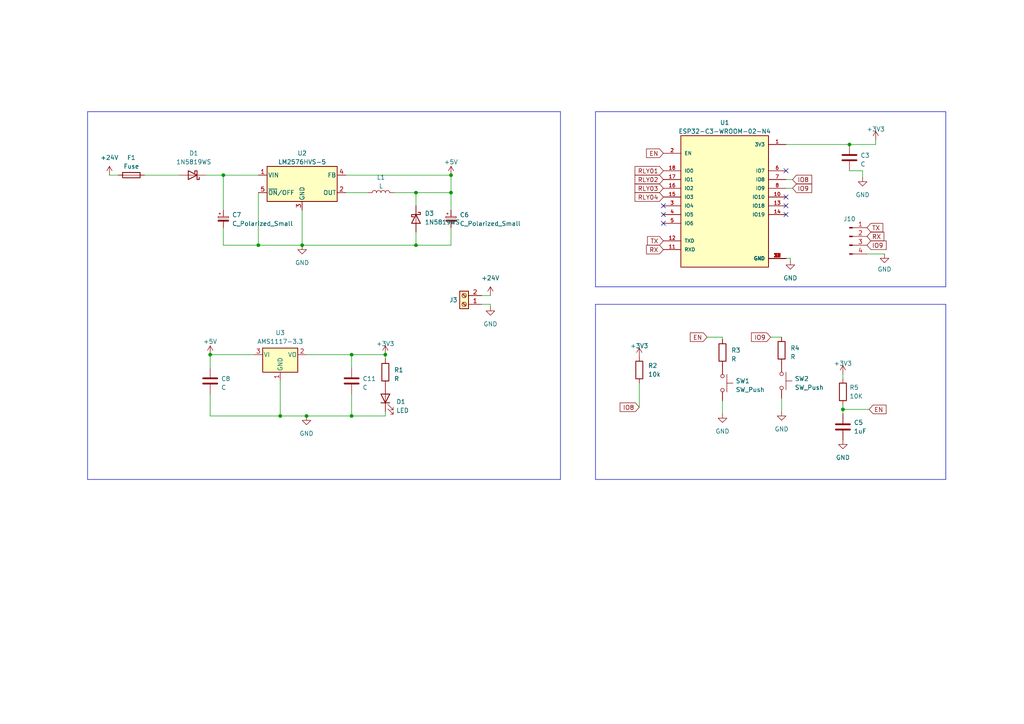
<source format=kicad_sch>
(kicad_sch (version 20230121) (generator eeschema)

  (uuid 210d1c08-7bd3-461b-a825-88d1aff4dd8f)

  (paper "A4")

  (lib_symbols
    (symbol "Connector:Conn_01x04_Male" (pin_names (offset 1.016) hide) (in_bom yes) (on_board yes)
      (property "Reference" "J" (at 0 5.08 0)
        (effects (font (size 1.27 1.27)))
      )
      (property "Value" "Conn_01x04_Male" (at 0 -7.62 0)
        (effects (font (size 1.27 1.27)))
      )
      (property "Footprint" "" (at 0 0 0)
        (effects (font (size 1.27 1.27)) hide)
      )
      (property "Datasheet" "~" (at 0 0 0)
        (effects (font (size 1.27 1.27)) hide)
      )
      (property "ki_keywords" "connector" (at 0 0 0)
        (effects (font (size 1.27 1.27)) hide)
      )
      (property "ki_description" "Generic connector, single row, 01x04, script generated (kicad-library-utils/schlib/autogen/connector/)" (at 0 0 0)
        (effects (font (size 1.27 1.27)) hide)
      )
      (property "ki_fp_filters" "Connector*:*_1x??_*" (at 0 0 0)
        (effects (font (size 1.27 1.27)) hide)
      )
      (symbol "Conn_01x04_Male_1_1"
        (polyline
          (pts
            (xy 1.27 -5.08)
            (xy 0.8636 -5.08)
          )
          (stroke (width 0.1524) (type default))
          (fill (type none))
        )
        (polyline
          (pts
            (xy 1.27 -2.54)
            (xy 0.8636 -2.54)
          )
          (stroke (width 0.1524) (type default))
          (fill (type none))
        )
        (polyline
          (pts
            (xy 1.27 0)
            (xy 0.8636 0)
          )
          (stroke (width 0.1524) (type default))
          (fill (type none))
        )
        (polyline
          (pts
            (xy 1.27 2.54)
            (xy 0.8636 2.54)
          )
          (stroke (width 0.1524) (type default))
          (fill (type none))
        )
        (rectangle (start 0.8636 -4.953) (end 0 -5.207)
          (stroke (width 0.1524) (type default))
          (fill (type outline))
        )
        (rectangle (start 0.8636 -2.413) (end 0 -2.667)
          (stroke (width 0.1524) (type default))
          (fill (type outline))
        )
        (rectangle (start 0.8636 0.127) (end 0 -0.127)
          (stroke (width 0.1524) (type default))
          (fill (type outline))
        )
        (rectangle (start 0.8636 2.667) (end 0 2.413)
          (stroke (width 0.1524) (type default))
          (fill (type outline))
        )
        (pin passive line (at 5.08 2.54 180) (length 3.81)
          (name "Pin_1" (effects (font (size 1.27 1.27))))
          (number "1" (effects (font (size 1.27 1.27))))
        )
        (pin passive line (at 5.08 0 180) (length 3.81)
          (name "Pin_2" (effects (font (size 1.27 1.27))))
          (number "2" (effects (font (size 1.27 1.27))))
        )
        (pin passive line (at 5.08 -2.54 180) (length 3.81)
          (name "Pin_3" (effects (font (size 1.27 1.27))))
          (number "3" (effects (font (size 1.27 1.27))))
        )
        (pin passive line (at 5.08 -5.08 180) (length 3.81)
          (name "Pin_4" (effects (font (size 1.27 1.27))))
          (number "4" (effects (font (size 1.27 1.27))))
        )
      )
    )
    (symbol "Connector:Screw_Terminal_01x02" (pin_names (offset 1.016) hide) (in_bom yes) (on_board yes)
      (property "Reference" "J" (at 0 2.54 0)
        (effects (font (size 1.27 1.27)))
      )
      (property "Value" "Screw_Terminal_01x02" (at 0 -5.08 0)
        (effects (font (size 1.27 1.27)))
      )
      (property "Footprint" "" (at 0 0 0)
        (effects (font (size 1.27 1.27)) hide)
      )
      (property "Datasheet" "~" (at 0 0 0)
        (effects (font (size 1.27 1.27)) hide)
      )
      (property "ki_keywords" "screw terminal" (at 0 0 0)
        (effects (font (size 1.27 1.27)) hide)
      )
      (property "ki_description" "Generic screw terminal, single row, 01x02, script generated (kicad-library-utils/schlib/autogen/connector/)" (at 0 0 0)
        (effects (font (size 1.27 1.27)) hide)
      )
      (property "ki_fp_filters" "TerminalBlock*:*" (at 0 0 0)
        (effects (font (size 1.27 1.27)) hide)
      )
      (symbol "Screw_Terminal_01x02_1_1"
        (rectangle (start -1.27 1.27) (end 1.27 -3.81)
          (stroke (width 0.254) (type default))
          (fill (type background))
        )
        (circle (center 0 -2.54) (radius 0.635)
          (stroke (width 0.1524) (type default))
          (fill (type none))
        )
        (polyline
          (pts
            (xy -0.5334 -2.2098)
            (xy 0.3302 -3.048)
          )
          (stroke (width 0.1524) (type default))
          (fill (type none))
        )
        (polyline
          (pts
            (xy -0.5334 0.3302)
            (xy 0.3302 -0.508)
          )
          (stroke (width 0.1524) (type default))
          (fill (type none))
        )
        (polyline
          (pts
            (xy -0.3556 -2.032)
            (xy 0.508 -2.8702)
          )
          (stroke (width 0.1524) (type default))
          (fill (type none))
        )
        (polyline
          (pts
            (xy -0.3556 0.508)
            (xy 0.508 -0.3302)
          )
          (stroke (width 0.1524) (type default))
          (fill (type none))
        )
        (circle (center 0 0) (radius 0.635)
          (stroke (width 0.1524) (type default))
          (fill (type none))
        )
        (pin passive line (at -5.08 0 0) (length 3.81)
          (name "Pin_1" (effects (font (size 1.27 1.27))))
          (number "1" (effects (font (size 1.27 1.27))))
        )
        (pin passive line (at -5.08 -2.54 0) (length 3.81)
          (name "Pin_2" (effects (font (size 1.27 1.27))))
          (number "2" (effects (font (size 1.27 1.27))))
        )
      )
    )
    (symbol "Device:C" (pin_numbers hide) (pin_names (offset 0.254)) (in_bom yes) (on_board yes)
      (property "Reference" "C" (at 0.635 2.54 0)
        (effects (font (size 1.27 1.27)) (justify left))
      )
      (property "Value" "C" (at 0.635 -2.54 0)
        (effects (font (size 1.27 1.27)) (justify left))
      )
      (property "Footprint" "" (at 0.9652 -3.81 0)
        (effects (font (size 1.27 1.27)) hide)
      )
      (property "Datasheet" "~" (at 0 0 0)
        (effects (font (size 1.27 1.27)) hide)
      )
      (property "ki_keywords" "cap capacitor" (at 0 0 0)
        (effects (font (size 1.27 1.27)) hide)
      )
      (property "ki_description" "Unpolarized capacitor" (at 0 0 0)
        (effects (font (size 1.27 1.27)) hide)
      )
      (property "ki_fp_filters" "C_*" (at 0 0 0)
        (effects (font (size 1.27 1.27)) hide)
      )
      (symbol "C_0_1"
        (polyline
          (pts
            (xy -2.032 -0.762)
            (xy 2.032 -0.762)
          )
          (stroke (width 0.508) (type default))
          (fill (type none))
        )
        (polyline
          (pts
            (xy -2.032 0.762)
            (xy 2.032 0.762)
          )
          (stroke (width 0.508) (type default))
          (fill (type none))
        )
      )
      (symbol "C_1_1"
        (pin passive line (at 0 3.81 270) (length 2.794)
          (name "~" (effects (font (size 1.27 1.27))))
          (number "1" (effects (font (size 1.27 1.27))))
        )
        (pin passive line (at 0 -3.81 90) (length 2.794)
          (name "~" (effects (font (size 1.27 1.27))))
          (number "2" (effects (font (size 1.27 1.27))))
        )
      )
    )
    (symbol "Device:C_Polarized_Small" (pin_numbers hide) (pin_names (offset 0.254) hide) (in_bom yes) (on_board yes)
      (property "Reference" "C" (at 0.254 1.778 0)
        (effects (font (size 1.27 1.27)) (justify left))
      )
      (property "Value" "C_Polarized_Small" (at 0.254 -2.032 0)
        (effects (font (size 1.27 1.27)) (justify left))
      )
      (property "Footprint" "" (at 0 0 0)
        (effects (font (size 1.27 1.27)) hide)
      )
      (property "Datasheet" "~" (at 0 0 0)
        (effects (font (size 1.27 1.27)) hide)
      )
      (property "ki_keywords" "cap capacitor" (at 0 0 0)
        (effects (font (size 1.27 1.27)) hide)
      )
      (property "ki_description" "Polarized capacitor, small symbol" (at 0 0 0)
        (effects (font (size 1.27 1.27)) hide)
      )
      (property "ki_fp_filters" "CP_*" (at 0 0 0)
        (effects (font (size 1.27 1.27)) hide)
      )
      (symbol "C_Polarized_Small_0_1"
        (rectangle (start -1.524 -0.3048) (end 1.524 -0.6858)
          (stroke (width 0) (type default))
          (fill (type outline))
        )
        (rectangle (start -1.524 0.6858) (end 1.524 0.3048)
          (stroke (width 0) (type default))
          (fill (type none))
        )
        (polyline
          (pts
            (xy -1.27 1.524)
            (xy -0.762 1.524)
          )
          (stroke (width 0) (type default))
          (fill (type none))
        )
        (polyline
          (pts
            (xy -1.016 1.27)
            (xy -1.016 1.778)
          )
          (stroke (width 0) (type default))
          (fill (type none))
        )
      )
      (symbol "C_Polarized_Small_1_1"
        (pin passive line (at 0 2.54 270) (length 1.8542)
          (name "~" (effects (font (size 1.27 1.27))))
          (number "1" (effects (font (size 1.27 1.27))))
        )
        (pin passive line (at 0 -2.54 90) (length 1.8542)
          (name "~" (effects (font (size 1.27 1.27))))
          (number "2" (effects (font (size 1.27 1.27))))
        )
      )
    )
    (symbol "Device:Fuse" (pin_numbers hide) (pin_names (offset 0)) (in_bom yes) (on_board yes)
      (property "Reference" "F" (at 2.032 0 90)
        (effects (font (size 1.27 1.27)))
      )
      (property "Value" "Fuse" (at -1.905 0 90)
        (effects (font (size 1.27 1.27)))
      )
      (property "Footprint" "" (at -1.778 0 90)
        (effects (font (size 1.27 1.27)) hide)
      )
      (property "Datasheet" "~" (at 0 0 0)
        (effects (font (size 1.27 1.27)) hide)
      )
      (property "ki_keywords" "fuse" (at 0 0 0)
        (effects (font (size 1.27 1.27)) hide)
      )
      (property "ki_description" "Fuse" (at 0 0 0)
        (effects (font (size 1.27 1.27)) hide)
      )
      (property "ki_fp_filters" "*Fuse*" (at 0 0 0)
        (effects (font (size 1.27 1.27)) hide)
      )
      (symbol "Fuse_0_1"
        (rectangle (start -0.762 -2.54) (end 0.762 2.54)
          (stroke (width 0.254) (type default))
          (fill (type none))
        )
        (polyline
          (pts
            (xy 0 2.54)
            (xy 0 -2.54)
          )
          (stroke (width 0) (type default))
          (fill (type none))
        )
      )
      (symbol "Fuse_1_1"
        (pin passive line (at 0 3.81 270) (length 1.27)
          (name "~" (effects (font (size 1.27 1.27))))
          (number "1" (effects (font (size 1.27 1.27))))
        )
        (pin passive line (at 0 -3.81 90) (length 1.27)
          (name "~" (effects (font (size 1.27 1.27))))
          (number "2" (effects (font (size 1.27 1.27))))
        )
      )
    )
    (symbol "Device:L" (pin_numbers hide) (pin_names (offset 1.016) hide) (in_bom yes) (on_board yes)
      (property "Reference" "L" (at -1.27 0 90)
        (effects (font (size 1.27 1.27)))
      )
      (property "Value" "L" (at 1.905 0 90)
        (effects (font (size 1.27 1.27)))
      )
      (property "Footprint" "" (at 0 0 0)
        (effects (font (size 1.27 1.27)) hide)
      )
      (property "Datasheet" "~" (at 0 0 0)
        (effects (font (size 1.27 1.27)) hide)
      )
      (property "ki_keywords" "inductor choke coil reactor magnetic" (at 0 0 0)
        (effects (font (size 1.27 1.27)) hide)
      )
      (property "ki_description" "Inductor" (at 0 0 0)
        (effects (font (size 1.27 1.27)) hide)
      )
      (property "ki_fp_filters" "Choke_* *Coil* Inductor_* L_*" (at 0 0 0)
        (effects (font (size 1.27 1.27)) hide)
      )
      (symbol "L_0_1"
        (arc (start 0 -2.54) (mid 0.6323 -1.905) (end 0 -1.27)
          (stroke (width 0) (type default))
          (fill (type none))
        )
        (arc (start 0 -1.27) (mid 0.6323 -0.635) (end 0 0)
          (stroke (width 0) (type default))
          (fill (type none))
        )
        (arc (start 0 0) (mid 0.6323 0.635) (end 0 1.27)
          (stroke (width 0) (type default))
          (fill (type none))
        )
        (arc (start 0 1.27) (mid 0.6323 1.905) (end 0 2.54)
          (stroke (width 0) (type default))
          (fill (type none))
        )
      )
      (symbol "L_1_1"
        (pin passive line (at 0 3.81 270) (length 1.27)
          (name "1" (effects (font (size 1.27 1.27))))
          (number "1" (effects (font (size 1.27 1.27))))
        )
        (pin passive line (at 0 -3.81 90) (length 1.27)
          (name "2" (effects (font (size 1.27 1.27))))
          (number "2" (effects (font (size 1.27 1.27))))
        )
      )
    )
    (symbol "Device:LED" (pin_numbers hide) (pin_names (offset 1.016) hide) (in_bom yes) (on_board yes)
      (property "Reference" "D" (at 0 2.54 0)
        (effects (font (size 1.27 1.27)))
      )
      (property "Value" "LED" (at 0 -2.54 0)
        (effects (font (size 1.27 1.27)))
      )
      (property "Footprint" "" (at 0 0 0)
        (effects (font (size 1.27 1.27)) hide)
      )
      (property "Datasheet" "~" (at 0 0 0)
        (effects (font (size 1.27 1.27)) hide)
      )
      (property "ki_keywords" "LED diode" (at 0 0 0)
        (effects (font (size 1.27 1.27)) hide)
      )
      (property "ki_description" "Light emitting diode" (at 0 0 0)
        (effects (font (size 1.27 1.27)) hide)
      )
      (property "ki_fp_filters" "LED* LED_SMD:* LED_THT:*" (at 0 0 0)
        (effects (font (size 1.27 1.27)) hide)
      )
      (symbol "LED_0_1"
        (polyline
          (pts
            (xy -1.27 -1.27)
            (xy -1.27 1.27)
          )
          (stroke (width 0.254) (type default))
          (fill (type none))
        )
        (polyline
          (pts
            (xy -1.27 0)
            (xy 1.27 0)
          )
          (stroke (width 0) (type default))
          (fill (type none))
        )
        (polyline
          (pts
            (xy 1.27 -1.27)
            (xy 1.27 1.27)
            (xy -1.27 0)
            (xy 1.27 -1.27)
          )
          (stroke (width 0.254) (type default))
          (fill (type none))
        )
        (polyline
          (pts
            (xy -3.048 -0.762)
            (xy -4.572 -2.286)
            (xy -3.81 -2.286)
            (xy -4.572 -2.286)
            (xy -4.572 -1.524)
          )
          (stroke (width 0) (type default))
          (fill (type none))
        )
        (polyline
          (pts
            (xy -1.778 -0.762)
            (xy -3.302 -2.286)
            (xy -2.54 -2.286)
            (xy -3.302 -2.286)
            (xy -3.302 -1.524)
          )
          (stroke (width 0) (type default))
          (fill (type none))
        )
      )
      (symbol "LED_1_1"
        (pin passive line (at -3.81 0 0) (length 2.54)
          (name "K" (effects (font (size 1.27 1.27))))
          (number "1" (effects (font (size 1.27 1.27))))
        )
        (pin passive line (at 3.81 0 180) (length 2.54)
          (name "A" (effects (font (size 1.27 1.27))))
          (number "2" (effects (font (size 1.27 1.27))))
        )
      )
    )
    (symbol "Device:R" (pin_numbers hide) (pin_names (offset 0)) (in_bom yes) (on_board yes)
      (property "Reference" "R" (at 2.032 0 90)
        (effects (font (size 1.27 1.27)))
      )
      (property "Value" "R" (at 0 0 90)
        (effects (font (size 1.27 1.27)))
      )
      (property "Footprint" "" (at -1.778 0 90)
        (effects (font (size 1.27 1.27)) hide)
      )
      (property "Datasheet" "~" (at 0 0 0)
        (effects (font (size 1.27 1.27)) hide)
      )
      (property "ki_keywords" "R res resistor" (at 0 0 0)
        (effects (font (size 1.27 1.27)) hide)
      )
      (property "ki_description" "Resistor" (at 0 0 0)
        (effects (font (size 1.27 1.27)) hide)
      )
      (property "ki_fp_filters" "R_*" (at 0 0 0)
        (effects (font (size 1.27 1.27)) hide)
      )
      (symbol "R_0_1"
        (rectangle (start -1.016 -2.54) (end 1.016 2.54)
          (stroke (width 0.254) (type default))
          (fill (type none))
        )
      )
      (symbol "R_1_1"
        (pin passive line (at 0 3.81 270) (length 1.27)
          (name "~" (effects (font (size 1.27 1.27))))
          (number "1" (effects (font (size 1.27 1.27))))
        )
        (pin passive line (at 0 -3.81 90) (length 1.27)
          (name "~" (effects (font (size 1.27 1.27))))
          (number "2" (effects (font (size 1.27 1.27))))
        )
      )
    )
    (symbol "Diode:1N5819WS" (pin_numbers hide) (pin_names (offset 1.016) hide) (in_bom yes) (on_board yes)
      (property "Reference" "D" (at 0 2.54 0)
        (effects (font (size 1.27 1.27)))
      )
      (property "Value" "1N5819WS" (at 0 -2.54 0)
        (effects (font (size 1.27 1.27)))
      )
      (property "Footprint" "Diode_SMD:D_SOD-323" (at 0 -4.445 0)
        (effects (font (size 1.27 1.27)) hide)
      )
      (property "Datasheet" "https://datasheet.lcsc.com/lcsc/2204281430_Guangdong-Hottech-1N5819WS_C191023.pdf" (at 0 0 0)
        (effects (font (size 1.27 1.27)) hide)
      )
      (property "ki_keywords" "diode Schottky" (at 0 0 0)
        (effects (font (size 1.27 1.27)) hide)
      )
      (property "ki_description" "40V 600mV@1A 1A SOD-323 Schottky Barrier Diodes, SOD-323" (at 0 0 0)
        (effects (font (size 1.27 1.27)) hide)
      )
      (property "ki_fp_filters" "D*SOD?323*" (at 0 0 0)
        (effects (font (size 1.27 1.27)) hide)
      )
      (symbol "1N5819WS_0_1"
        (polyline
          (pts
            (xy 1.27 0)
            (xy -1.27 0)
          )
          (stroke (width 0) (type default))
          (fill (type none))
        )
        (polyline
          (pts
            (xy 1.27 1.27)
            (xy 1.27 -1.27)
            (xy -1.27 0)
            (xy 1.27 1.27)
          )
          (stroke (width 0.254) (type default))
          (fill (type none))
        )
        (polyline
          (pts
            (xy -1.905 0.635)
            (xy -1.905 1.27)
            (xy -1.27 1.27)
            (xy -1.27 -1.27)
            (xy -0.635 -1.27)
            (xy -0.635 -0.635)
          )
          (stroke (width 0.254) (type default))
          (fill (type none))
        )
      )
      (symbol "1N5819WS_1_1"
        (pin passive line (at -3.81 0 0) (length 2.54)
          (name "K" (effects (font (size 1.27 1.27))))
          (number "1" (effects (font (size 1.27 1.27))))
        )
        (pin passive line (at 3.81 0 180) (length 2.54)
          (name "A" (effects (font (size 1.27 1.27))))
          (number "2" (effects (font (size 1.27 1.27))))
        )
      )
    )
    (symbol "ESP32-C3-WROOM-02-N4:ESP32-C3-WROOM-02-N4" (pin_names (offset 1.016)) (in_bom yes) (on_board yes)
      (property "Reference" "U" (at -12.7 21.082 0)
        (effects (font (size 1.27 1.27)) (justify left bottom))
      )
      (property "Value" "ESP32-C3-WROOM-02-N4" (at -12.7 -18.542 0)
        (effects (font (size 1.27 1.27)) (justify left top))
      )
      (property "Footprint" "MODULE_ESP32-C3-WROOM-02-H4" (at 0 0 0)
        (effects (font (size 1.27 1.27)) (justify bottom) hide)
      )
      (property "Datasheet" "" (at 0 0 0)
        (effects (font (size 1.27 1.27)) hide)
      )
      (property "MP" "ESP32-C3-WROOM-02-H4" (at 0 0 0)
        (effects (font (size 1.27 1.27)) (justify bottom) hide)
      )
      (property "AVAILABILITY" "In Stock" (at 0 0 0)
        (effects (font (size 1.27 1.27)) (justify bottom) hide)
      )
      (property "MF" "Espressif Systems" (at 0 0 0)
        (effects (font (size 1.27 1.27)) (justify bottom) hide)
      )
      (property "DESCRIPTION" "WiFi Modules (802.11) (Engineering Samples) SMD module, ESP32-C3, 4MB SPI flash, PCB antenna, -40 C +105 C" (at 0 0 0)
        (effects (font (size 1.27 1.27)) (justify bottom) hide)
      )
      (property "PACKAGE" "Package" (at 0 0 0)
        (effects (font (size 1.27 1.27)) (justify bottom) hide)
      )
      (property "PRICE" "None" (at 0 0 0)
        (effects (font (size 1.27 1.27)) (justify bottom) hide)
      )
      (property "PURCHASE-URL" "https://pricing.snapeda.com/search/part/ESP32-C3-WROOM-02-H4/?ref=eda" (at 0 0 0)
        (effects (font (size 1.27 1.27)) (justify bottom) hide)
      )
      (symbol "ESP32-C3-WROOM-02-N4_0_0"
        (rectangle (start -12.7 -17.78) (end 12.7 20.32)
          (stroke (width 0.254) (type default))
          (fill (type background))
        )
        (pin power_in line (at 17.78 17.78 180) (length 5.08)
          (name "3V3" (effects (font (size 1.016 1.016))))
          (number "1" (effects (font (size 1.016 1.016))))
        )
        (pin bidirectional line (at 17.78 2.54 180) (length 5.08)
          (name "IO10" (effects (font (size 1.016 1.016))))
          (number "10" (effects (font (size 1.016 1.016))))
        )
        (pin bidirectional line (at -17.78 -12.7 0) (length 5.08)
          (name "RXD" (effects (font (size 1.016 1.016))))
          (number "11" (effects (font (size 1.016 1.016))))
        )
        (pin bidirectional line (at -17.78 -10.16 0) (length 5.08)
          (name "TXD" (effects (font (size 1.016 1.016))))
          (number "12" (effects (font (size 1.016 1.016))))
        )
        (pin bidirectional line (at 17.78 0 180) (length 5.08)
          (name "IO18" (effects (font (size 1.016 1.016))))
          (number "13" (effects (font (size 1.016 1.016))))
        )
        (pin bidirectional line (at 17.78 -2.54 180) (length 5.08)
          (name "IO19" (effects (font (size 1.016 1.016))))
          (number "14" (effects (font (size 1.016 1.016))))
        )
        (pin bidirectional line (at -17.78 2.54 0) (length 5.08)
          (name "IO3" (effects (font (size 1.016 1.016))))
          (number "15" (effects (font (size 1.016 1.016))))
        )
        (pin bidirectional line (at -17.78 5.08 0) (length 5.08)
          (name "IO2" (effects (font (size 1.016 1.016))))
          (number "16" (effects (font (size 1.016 1.016))))
        )
        (pin bidirectional line (at -17.78 7.62 0) (length 5.08)
          (name "IO1" (effects (font (size 1.016 1.016))))
          (number "17" (effects (font (size 1.016 1.016))))
        )
        (pin bidirectional line (at -17.78 10.16 0) (length 5.08)
          (name "IO0" (effects (font (size 1.016 1.016))))
          (number "18" (effects (font (size 1.016 1.016))))
        )
        (pin power_in line (at 17.78 -15.24 180) (length 5.08)
          (name "GND" (effects (font (size 1.016 1.016))))
          (number "19" (effects (font (size 1.016 1.016))))
        )
        (pin input line (at -17.78 15.24 0) (length 5.08)
          (name "EN" (effects (font (size 1.016 1.016))))
          (number "2" (effects (font (size 1.016 1.016))))
        )
        (pin power_in line (at 17.78 -15.24 180) (length 5.08)
          (name "GND" (effects (font (size 1.016 1.016))))
          (number "20" (effects (font (size 1.016 1.016))))
        )
        (pin power_in line (at 17.78 -15.24 180) (length 5.08)
          (name "GND" (effects (font (size 1.016 1.016))))
          (number "21" (effects (font (size 1.016 1.016))))
        )
        (pin power_in line (at 17.78 -15.24 180) (length 5.08)
          (name "GND" (effects (font (size 1.016 1.016))))
          (number "22" (effects (font (size 1.016 1.016))))
        )
        (pin power_in line (at 17.78 -15.24 180) (length 5.08)
          (name "GND" (effects (font (size 1.016 1.016))))
          (number "23" (effects (font (size 1.016 1.016))))
        )
        (pin power_in line (at 17.78 -15.24 180) (length 5.08)
          (name "GND" (effects (font (size 1.016 1.016))))
          (number "24" (effects (font (size 1.016 1.016))))
        )
        (pin power_in line (at 17.78 -15.24 180) (length 5.08)
          (name "GND" (effects (font (size 1.016 1.016))))
          (number "25" (effects (font (size 1.016 1.016))))
        )
        (pin power_in line (at 17.78 -15.24 180) (length 5.08)
          (name "GND" (effects (font (size 1.016 1.016))))
          (number "26" (effects (font (size 1.016 1.016))))
        )
        (pin power_in line (at 17.78 -15.24 180) (length 5.08)
          (name "GND" (effects (font (size 1.016 1.016))))
          (number "27" (effects (font (size 1.016 1.016))))
        )
        (pin power_in line (at 17.78 -15.24 180) (length 5.08)
          (name "GND" (effects (font (size 1.016 1.016))))
          (number "28" (effects (font (size 1.016 1.016))))
        )
        (pin power_in line (at 17.78 -15.24 180) (length 5.08)
          (name "GND" (effects (font (size 1.016 1.016))))
          (number "29" (effects (font (size 1.016 1.016))))
        )
        (pin bidirectional line (at -17.78 0 0) (length 5.08)
          (name "IO4" (effects (font (size 1.016 1.016))))
          (number "3" (effects (font (size 1.016 1.016))))
        )
        (pin power_in line (at 17.78 -15.24 180) (length 5.08)
          (name "GND" (effects (font (size 1.016 1.016))))
          (number "30" (effects (font (size 1.016 1.016))))
        )
        (pin power_in line (at 17.78 -15.24 180) (length 5.08)
          (name "GND" (effects (font (size 1.016 1.016))))
          (number "31" (effects (font (size 1.016 1.016))))
        )
        (pin power_in line (at 17.78 -15.24 180) (length 5.08)
          (name "GND" (effects (font (size 1.016 1.016))))
          (number "32" (effects (font (size 1.016 1.016))))
        )
        (pin power_in line (at 17.78 -15.24 180) (length 5.08)
          (name "GND" (effects (font (size 1.016 1.016))))
          (number "33" (effects (font (size 1.016 1.016))))
        )
        (pin power_in line (at 17.78 -15.24 180) (length 5.08)
          (name "GND" (effects (font (size 1.016 1.016))))
          (number "34" (effects (font (size 1.016 1.016))))
        )
        (pin power_in line (at 17.78 -15.24 180) (length 5.08)
          (name "GND" (effects (font (size 1.016 1.016))))
          (number "35" (effects (font (size 1.016 1.016))))
        )
        (pin power_in line (at 17.78 -15.24 180) (length 5.08)
          (name "GND" (effects (font (size 1.016 1.016))))
          (number "36" (effects (font (size 1.016 1.016))))
        )
        (pin power_in line (at 17.78 -15.24 180) (length 5.08)
          (name "GND" (effects (font (size 1.016 1.016))))
          (number "37" (effects (font (size 1.016 1.016))))
        )
        (pin power_in line (at 17.78 -15.24 180) (length 5.08)
          (name "GND" (effects (font (size 1.016 1.016))))
          (number "38" (effects (font (size 1.016 1.016))))
        )
        (pin power_in line (at 17.78 -15.24 180) (length 5.08)
          (name "GND" (effects (font (size 1.016 1.016))))
          (number "39" (effects (font (size 1.016 1.016))))
        )
        (pin bidirectional line (at -17.78 -2.54 0) (length 5.08)
          (name "IO5" (effects (font (size 1.016 1.016))))
          (number "4" (effects (font (size 1.016 1.016))))
        )
        (pin bidirectional line (at -17.78 -5.08 0) (length 5.08)
          (name "IO6" (effects (font (size 1.016 1.016))))
          (number "5" (effects (font (size 1.016 1.016))))
        )
        (pin bidirectional line (at 17.78 10.16 180) (length 5.08)
          (name "IO7" (effects (font (size 1.016 1.016))))
          (number "6" (effects (font (size 1.016 1.016))))
        )
        (pin bidirectional line (at 17.78 7.62 180) (length 5.08)
          (name "IO8" (effects (font (size 1.016 1.016))))
          (number "7" (effects (font (size 1.016 1.016))))
        )
        (pin bidirectional line (at 17.78 5.08 180) (length 5.08)
          (name "IO9" (effects (font (size 1.016 1.016))))
          (number "8" (effects (font (size 1.016 1.016))))
        )
        (pin power_in line (at 17.78 -15.24 180) (length 5.08)
          (name "GND" (effects (font (size 1.016 1.016))))
          (number "9" (effects (font (size 1.016 1.016))))
        )
      )
    )
    (symbol "Regulator_Linear:AMS1117-3.3" (pin_names (offset 0.254)) (in_bom yes) (on_board yes)
      (property "Reference" "U" (at -3.81 3.175 0)
        (effects (font (size 1.27 1.27)))
      )
      (property "Value" "AMS1117-3.3" (at 0 3.175 0)
        (effects (font (size 1.27 1.27)) (justify left))
      )
      (property "Footprint" "Package_TO_SOT_SMD:SOT-223-3_TabPin2" (at 0 5.08 0)
        (effects (font (size 1.27 1.27)) hide)
      )
      (property "Datasheet" "http://www.advanced-monolithic.com/pdf/ds1117.pdf" (at 2.54 -6.35 0)
        (effects (font (size 1.27 1.27)) hide)
      )
      (property "ki_keywords" "linear regulator ldo fixed positive" (at 0 0 0)
        (effects (font (size 1.27 1.27)) hide)
      )
      (property "ki_description" "1A Low Dropout regulator, positive, 3.3V fixed output, SOT-223" (at 0 0 0)
        (effects (font (size 1.27 1.27)) hide)
      )
      (property "ki_fp_filters" "SOT?223*TabPin2*" (at 0 0 0)
        (effects (font (size 1.27 1.27)) hide)
      )
      (symbol "AMS1117-3.3_0_1"
        (rectangle (start -5.08 -5.08) (end 5.08 1.905)
          (stroke (width 0.254) (type default))
          (fill (type background))
        )
      )
      (symbol "AMS1117-3.3_1_1"
        (pin power_in line (at 0 -7.62 90) (length 2.54)
          (name "GND" (effects (font (size 1.27 1.27))))
          (number "1" (effects (font (size 1.27 1.27))))
        )
        (pin power_out line (at 7.62 0 180) (length 2.54)
          (name "VO" (effects (font (size 1.27 1.27))))
          (number "2" (effects (font (size 1.27 1.27))))
        )
        (pin power_in line (at -7.62 0 0) (length 2.54)
          (name "VI" (effects (font (size 1.27 1.27))))
          (number "3" (effects (font (size 1.27 1.27))))
        )
      )
    )
    (symbol "Regulator_Switching:LM2576HVS-5" (pin_names (offset 0.254)) (in_bom yes) (on_board yes)
      (property "Reference" "U" (at -10.16 6.35 0)
        (effects (font (size 1.27 1.27)) (justify left))
      )
      (property "Value" "LM2576HVS-5" (at 0 6.35 0)
        (effects (font (size 1.27 1.27)) (justify left))
      )
      (property "Footprint" "Package_TO_SOT_SMD:TO-263-5_TabPin3" (at 0 -6.35 0)
        (effects (font (size 1.27 1.27) italic) (justify left) hide)
      )
      (property "Datasheet" "http://www.ti.com/lit/ds/symlink/lm2576.pdf" (at 0 0 0)
        (effects (font (size 1.27 1.27)) hide)
      )
      (property "ki_keywords" "Step-Down Voltage Regulator 5V 3A High Voltage" (at 0 0 0)
        (effects (font (size 1.27 1.27)) hide)
      )
      (property "ki_description" "5V 3A, SIMPLE SWITCHER® Step-Down Voltage Regulator, High Voltage Input, TO-263" (at 0 0 0)
        (effects (font (size 1.27 1.27)) hide)
      )
      (property "ki_fp_filters" "TO?263*" (at 0 0 0)
        (effects (font (size 1.27 1.27)) hide)
      )
      (symbol "LM2576HVS-5_0_1"
        (rectangle (start -10.16 5.08) (end 10.16 -5.08)
          (stroke (width 0.254) (type default))
          (fill (type background))
        )
      )
      (symbol "LM2576HVS-5_1_1"
        (pin power_in line (at -12.7 2.54 0) (length 2.54)
          (name "VIN" (effects (font (size 1.27 1.27))))
          (number "1" (effects (font (size 1.27 1.27))))
        )
        (pin output line (at 12.7 -2.54 180) (length 2.54)
          (name "OUT" (effects (font (size 1.27 1.27))))
          (number "2" (effects (font (size 1.27 1.27))))
        )
        (pin power_in line (at 0 -7.62 90) (length 2.54)
          (name "GND" (effects (font (size 1.27 1.27))))
          (number "3" (effects (font (size 1.27 1.27))))
        )
        (pin input line (at 12.7 2.54 180) (length 2.54)
          (name "FB" (effects (font (size 1.27 1.27))))
          (number "4" (effects (font (size 1.27 1.27))))
        )
        (pin input line (at -12.7 -2.54 0) (length 2.54)
          (name "~{ON}/OFF" (effects (font (size 1.27 1.27))))
          (number "5" (effects (font (size 1.27 1.27))))
        )
      )
    )
    (symbol "Switch:SW_Push" (pin_numbers hide) (pin_names (offset 1.016) hide) (in_bom yes) (on_board yes)
      (property "Reference" "SW" (at 1.27 2.54 0)
        (effects (font (size 1.27 1.27)) (justify left))
      )
      (property "Value" "SW_Push" (at 0 -1.524 0)
        (effects (font (size 1.27 1.27)))
      )
      (property "Footprint" "" (at 0 5.08 0)
        (effects (font (size 1.27 1.27)) hide)
      )
      (property "Datasheet" "~" (at 0 5.08 0)
        (effects (font (size 1.27 1.27)) hide)
      )
      (property "ki_keywords" "switch normally-open pushbutton push-button" (at 0 0 0)
        (effects (font (size 1.27 1.27)) hide)
      )
      (property "ki_description" "Push button switch, generic, two pins" (at 0 0 0)
        (effects (font (size 1.27 1.27)) hide)
      )
      (symbol "SW_Push_0_1"
        (circle (center -2.032 0) (radius 0.508)
          (stroke (width 0) (type default))
          (fill (type none))
        )
        (polyline
          (pts
            (xy 0 1.27)
            (xy 0 3.048)
          )
          (stroke (width 0) (type default))
          (fill (type none))
        )
        (polyline
          (pts
            (xy 2.54 1.27)
            (xy -2.54 1.27)
          )
          (stroke (width 0) (type default))
          (fill (type none))
        )
        (circle (center 2.032 0) (radius 0.508)
          (stroke (width 0) (type default))
          (fill (type none))
        )
        (pin passive line (at -5.08 0 0) (length 2.54)
          (name "1" (effects (font (size 1.27 1.27))))
          (number "1" (effects (font (size 1.27 1.27))))
        )
        (pin passive line (at 5.08 0 180) (length 2.54)
          (name "2" (effects (font (size 1.27 1.27))))
          (number "2" (effects (font (size 1.27 1.27))))
        )
      )
    )
    (symbol "power:+24V" (power) (pin_names (offset 0)) (in_bom yes) (on_board yes)
      (property "Reference" "#PWR" (at 0 -3.81 0)
        (effects (font (size 1.27 1.27)) hide)
      )
      (property "Value" "+24V" (at 0 3.556 0)
        (effects (font (size 1.27 1.27)))
      )
      (property "Footprint" "" (at 0 0 0)
        (effects (font (size 1.27 1.27)) hide)
      )
      (property "Datasheet" "" (at 0 0 0)
        (effects (font (size 1.27 1.27)) hide)
      )
      (property "ki_keywords" "power-flag" (at 0 0 0)
        (effects (font (size 1.27 1.27)) hide)
      )
      (property "ki_description" "Power symbol creates a global label with name \"+24V\"" (at 0 0 0)
        (effects (font (size 1.27 1.27)) hide)
      )
      (symbol "+24V_0_1"
        (polyline
          (pts
            (xy -0.762 1.27)
            (xy 0 2.54)
          )
          (stroke (width 0) (type default))
          (fill (type none))
        )
        (polyline
          (pts
            (xy 0 0)
            (xy 0 2.54)
          )
          (stroke (width 0) (type default))
          (fill (type none))
        )
        (polyline
          (pts
            (xy 0 2.54)
            (xy 0.762 1.27)
          )
          (stroke (width 0) (type default))
          (fill (type none))
        )
      )
      (symbol "+24V_1_1"
        (pin power_in line (at 0 0 90) (length 0) hide
          (name "+24V" (effects (font (size 1.27 1.27))))
          (number "1" (effects (font (size 1.27 1.27))))
        )
      )
    )
    (symbol "power:+3V3" (power) (pin_names (offset 0)) (in_bom yes) (on_board yes)
      (property "Reference" "#PWR" (at 0 -3.81 0)
        (effects (font (size 1.27 1.27)) hide)
      )
      (property "Value" "+3V3" (at 0 3.556 0)
        (effects (font (size 1.27 1.27)))
      )
      (property "Footprint" "" (at 0 0 0)
        (effects (font (size 1.27 1.27)) hide)
      )
      (property "Datasheet" "" (at 0 0 0)
        (effects (font (size 1.27 1.27)) hide)
      )
      (property "ki_keywords" "power-flag" (at 0 0 0)
        (effects (font (size 1.27 1.27)) hide)
      )
      (property "ki_description" "Power symbol creates a global label with name \"+3V3\"" (at 0 0 0)
        (effects (font (size 1.27 1.27)) hide)
      )
      (symbol "+3V3_0_1"
        (polyline
          (pts
            (xy -0.762 1.27)
            (xy 0 2.54)
          )
          (stroke (width 0) (type default))
          (fill (type none))
        )
        (polyline
          (pts
            (xy 0 0)
            (xy 0 2.54)
          )
          (stroke (width 0) (type default))
          (fill (type none))
        )
        (polyline
          (pts
            (xy 0 2.54)
            (xy 0.762 1.27)
          )
          (stroke (width 0) (type default))
          (fill (type none))
        )
      )
      (symbol "+3V3_1_1"
        (pin power_in line (at 0 0 90) (length 0) hide
          (name "+3V3" (effects (font (size 1.27 1.27))))
          (number "1" (effects (font (size 1.27 1.27))))
        )
      )
    )
    (symbol "power:+5V" (power) (pin_names (offset 0)) (in_bom yes) (on_board yes)
      (property "Reference" "#PWR" (at 0 -3.81 0)
        (effects (font (size 1.27 1.27)) hide)
      )
      (property "Value" "+5V" (at 0 3.556 0)
        (effects (font (size 1.27 1.27)))
      )
      (property "Footprint" "" (at 0 0 0)
        (effects (font (size 1.27 1.27)) hide)
      )
      (property "Datasheet" "" (at 0 0 0)
        (effects (font (size 1.27 1.27)) hide)
      )
      (property "ki_keywords" "power-flag" (at 0 0 0)
        (effects (font (size 1.27 1.27)) hide)
      )
      (property "ki_description" "Power symbol creates a global label with name \"+5V\"" (at 0 0 0)
        (effects (font (size 1.27 1.27)) hide)
      )
      (symbol "+5V_0_1"
        (polyline
          (pts
            (xy -0.762 1.27)
            (xy 0 2.54)
          )
          (stroke (width 0) (type default))
          (fill (type none))
        )
        (polyline
          (pts
            (xy 0 0)
            (xy 0 2.54)
          )
          (stroke (width 0) (type default))
          (fill (type none))
        )
        (polyline
          (pts
            (xy 0 2.54)
            (xy 0.762 1.27)
          )
          (stroke (width 0) (type default))
          (fill (type none))
        )
      )
      (symbol "+5V_1_1"
        (pin power_in line (at 0 0 90) (length 0) hide
          (name "+5V" (effects (font (size 1.27 1.27))))
          (number "1" (effects (font (size 1.27 1.27))))
        )
      )
    )
    (symbol "power:GND" (power) (pin_names (offset 0)) (in_bom yes) (on_board yes)
      (property "Reference" "#PWR" (at 0 -6.35 0)
        (effects (font (size 1.27 1.27)) hide)
      )
      (property "Value" "GND" (at 0 -3.81 0)
        (effects (font (size 1.27 1.27)))
      )
      (property "Footprint" "" (at 0 0 0)
        (effects (font (size 1.27 1.27)) hide)
      )
      (property "Datasheet" "" (at 0 0 0)
        (effects (font (size 1.27 1.27)) hide)
      )
      (property "ki_keywords" "power-flag" (at 0 0 0)
        (effects (font (size 1.27 1.27)) hide)
      )
      (property "ki_description" "Power symbol creates a global label with name \"GND\" , ground" (at 0 0 0)
        (effects (font (size 1.27 1.27)) hide)
      )
      (symbol "GND_0_1"
        (polyline
          (pts
            (xy 0 0)
            (xy 0 -1.27)
            (xy 1.27 -1.27)
            (xy 0 -2.54)
            (xy -1.27 -1.27)
            (xy 0 -1.27)
          )
          (stroke (width 0) (type default))
          (fill (type none))
        )
      )
      (symbol "GND_1_1"
        (pin power_in line (at 0 0 270) (length 0) hide
          (name "GND" (effects (font (size 1.27 1.27))))
          (number "1" (effects (font (size 1.27 1.27))))
        )
      )
    )
  )

  (junction (at 101.9811 102.87) (diameter 0) (color 0 0 0 0)
    (uuid 0f964048-9507-477f-8578-c52688e0795a)
  )
  (junction (at 246.38 41.91) (diameter 0) (color 0 0 0 0)
    (uuid 1d865ee4-9313-4b01-b503-39f34e23c29f)
  )
  (junction (at 120.65 71.12) (diameter 0) (color 0 0 0 0)
    (uuid 3e5bea1f-5f6e-4c98-a378-cdaab58cb724)
  )
  (junction (at 87.63 71.12) (diameter 0) (color 0 0 0 0)
    (uuid 402345df-f9c5-4b07-8562-98dc9ce0ba7d)
  )
  (junction (at 130.81 55.88) (diameter 0) (color 0 0 0 0)
    (uuid 5ce46cf8-f153-4f0d-b77e-5a722fae3a8c)
  )
  (junction (at 120.65 55.88) (diameter 0) (color 0 0 0 0)
    (uuid 6161a5cb-3ca9-4b13-9faf-a76199016368)
  )
  (junction (at 81.28 120.65) (diameter 0) (color 0 0 0 0)
    (uuid 61fb4c82-fe44-47ab-b4d3-401883356c05)
  )
  (junction (at 64.77 50.8) (diameter 0) (color 0 0 0 0)
    (uuid 66726f20-e241-4197-b3d9-d307569a0d33)
  )
  (junction (at 88.9 120.65) (diameter 0) (color 0 0 0 0)
    (uuid 6ab6ed68-7756-43c9-9b47-9dfd5a5dd8dc)
  )
  (junction (at 111.76 102.87) (diameter 0) (color 0 0 0 0)
    (uuid 77135992-669c-45c6-a9aa-1dfcda435804)
  )
  (junction (at 130.81 50.8) (diameter 0) (color 0 0 0 0)
    (uuid 8cd8b740-3483-48fc-8db0-6f15372a1bf0)
  )
  (junction (at 60.96 102.87) (diameter 0) (color 0 0 0 0)
    (uuid 904ce82b-6615-4805-8eb1-773f4e697faf)
  )
  (junction (at 74.93 71.12) (diameter 0) (color 0 0 0 0)
    (uuid 94dc5e88-76b3-4a96-93f5-5cb384e7883b)
  )
  (junction (at 101.9811 120.65) (diameter 0) (color 0 0 0 0)
    (uuid b6e560a2-0b24-4393-a1f3-2681cbe1879b)
  )
  (junction (at 244.475 118.745) (diameter 0) (color 0 0 0 0)
    (uuid ec67779f-ec43-49aa-9a6c-72c5b103b18c)
  )

  (no_connect (at 192.405 59.69) (uuid 4be75149-6a58-4902-9a83-6dec8cd0d8da))
  (no_connect (at 227.965 59.69) (uuid 6defbd03-58ed-4c0f-af20-6a472732f8f7))
  (no_connect (at 192.405 64.77) (uuid 89119c80-ce67-4e96-bbb8-eb122c5222a0))
  (no_connect (at 192.405 62.23) (uuid bb9b4aed-9ca7-42e4-acfb-09aa3a03849e))
  (no_connect (at 227.965 49.53) (uuid cf420172-73fb-4f92-ab15-ad22232655be))
  (no_connect (at 227.965 62.23) (uuid ee51b6fc-92e1-4073-8d4f-300394381597))
  (no_connect (at 227.965 57.15) (uuid eef95a04-2a17-4781-88fa-2c2d643537cf))

  (wire (pts (xy 244.475 108.585) (xy 244.475 109.855))
    (stroke (width 0) (type default))
    (uuid 05feb71b-717d-409d-b4bc-40a0485080f5)
  )
  (wire (pts (xy 223.52 97.79) (xy 226.695 97.79))
    (stroke (width 0) (type default))
    (uuid 0b788500-56e0-4d73-9b8e-ee8418a2776f)
  )
  (wire (pts (xy 227.965 52.07) (xy 229.87 52.07))
    (stroke (width 0) (type default))
    (uuid 0dee53ef-b89c-4990-a118-23994ac42745)
  )
  (wire (pts (xy 111.76 120.65) (xy 111.76 119.38))
    (stroke (width 0) (type default))
    (uuid 100f976b-70bb-481f-b3c1-9a341a792956)
  )
  (wire (pts (xy 256.54 73.66) (xy 251.46 73.66))
    (stroke (width 0) (type default))
    (uuid 124a742d-e9e7-4053-8274-cb37e31ade2e)
  )
  (wire (pts (xy 87.63 60.96) (xy 87.63 71.12))
    (stroke (width 0) (type default))
    (uuid 160c6228-7ee9-4561-a3bf-fd0fb9f09751)
  )
  (wire (pts (xy 64.77 50.8) (xy 74.93 50.8))
    (stroke (width 0) (type default))
    (uuid 1f8766cc-3690-4d18-a4e2-6b7ab9d1a9f4)
  )
  (wire (pts (xy 244.475 117.475) (xy 244.475 118.745))
    (stroke (width 0) (type default))
    (uuid 1fecedda-283a-4a2f-908e-e9c508c093c1)
  )
  (wire (pts (xy 252.095 118.745) (xy 244.475 118.745))
    (stroke (width 0) (type default))
    (uuid 267264ec-57b8-4d3a-af3c-2cd89435a7e0)
  )
  (wire (pts (xy 74.93 71.12) (xy 64.77 71.12))
    (stroke (width 0) (type default))
    (uuid 2706503f-d2bb-4884-a983-d92a9a89052f)
  )
  (wire (pts (xy 142.24 88.265) (xy 142.24 88.9))
    (stroke (width 0) (type default))
    (uuid 2e4f70f5-437a-4cdc-8f5f-6b01dea8c081)
  )
  (wire (pts (xy 88.9 102.87) (xy 101.9811 102.87))
    (stroke (width 0) (type default))
    (uuid 35683aa6-38ac-4897-b89a-92d73b471531)
  )
  (wire (pts (xy 120.65 71.12) (xy 130.81 71.12))
    (stroke (width 0) (type default))
    (uuid 38be0de3-f67f-4f04-8b08-3ec260b1d6d7)
  )
  (polyline (pts (xy 162.56 139.065) (xy 25.4 139.065))
    (stroke (width 0) (type default))
    (uuid 419148f2-7906-401c-bada-d1de1ace8b57)
  )

  (wire (pts (xy 60.96 114.3) (xy 60.96 120.65))
    (stroke (width 0) (type default))
    (uuid 41da7e02-cee5-4a5d-ad90-6d8ce42a93c7)
  )
  (polyline (pts (xy 172.72 32.385) (xy 274.32 32.385))
    (stroke (width 0) (type default))
    (uuid 4201c5a1-6b96-4d79-8e46-cd15ba0e877f)
  )

  (wire (pts (xy 60.96 102.87) (xy 60.96 106.68))
    (stroke (width 0) (type default))
    (uuid 588cad50-fd1c-4a27-adf8-56aa5214cc51)
  )
  (wire (pts (xy 81.28 120.65) (xy 88.9 120.65))
    (stroke (width 0) (type default))
    (uuid 59c1a52f-391a-4b09-945c-efb2c787a6ac)
  )
  (polyline (pts (xy 25.4 32.385) (xy 25.4 139.065))
    (stroke (width 0) (type default))
    (uuid 5fd351ca-f66a-4e72-98fd-12e2f78558fc)
  )
  (polyline (pts (xy 172.72 88.265) (xy 274.32 88.265))
    (stroke (width 0) (type default))
    (uuid 6010c2ca-a4ad-49f2-b6c2-3cd2e2c90144)
  )
  (polyline (pts (xy 172.72 88.265) (xy 172.72 139.065))
    (stroke (width 0) (type default))
    (uuid 60e156db-9197-4341-a804-6b7941c1ac49)
  )

  (wire (pts (xy 139.7 88.265) (xy 142.24 88.265))
    (stroke (width 0) (type default))
    (uuid 63f988e5-a8a9-4473-9c71-3cb65f1a4a22)
  )
  (wire (pts (xy 74.93 55.88) (xy 74.93 71.12))
    (stroke (width 0) (type default))
    (uuid 647f45a7-5082-4eb6-beeb-269ed7632818)
  )
  (wire (pts (xy 64.77 71.12) (xy 64.77 66.04))
    (stroke (width 0) (type default))
    (uuid 66474544-1f58-4281-8d6f-71dc84a54dac)
  )
  (wire (pts (xy 250.19 51.435) (xy 250.19 49.53))
    (stroke (width 0) (type default))
    (uuid 66d488cf-ad0e-42ba-99f4-c8be66df5b54)
  )
  (wire (pts (xy 120.65 55.88) (xy 130.81 55.88))
    (stroke (width 0) (type default))
    (uuid 6aa33455-3302-4af1-914d-28be74da2f2c)
  )
  (wire (pts (xy 101.9811 114.2954) (xy 101.9811 120.65))
    (stroke (width 0) (type default))
    (uuid 6fa416ba-01cf-447d-aee2-8c95f6230d66)
  )
  (wire (pts (xy 227.965 54.61) (xy 229.87 54.61))
    (stroke (width 0) (type default))
    (uuid 78c29c8a-a2c5-46f6-a12f-35fbd7d29224)
  )
  (wire (pts (xy 205.105 97.79) (xy 209.55 97.79))
    (stroke (width 0) (type default))
    (uuid 7d5ac365-a7a9-44eb-a2f4-d1d2e03aabe2)
  )
  (wire (pts (xy 101.9811 102.87) (xy 111.76 102.87))
    (stroke (width 0) (type default))
    (uuid 7dfc61ab-876a-42c8-a953-c916447fd6b5)
  )
  (wire (pts (xy 74.93 71.12) (xy 87.63 71.12))
    (stroke (width 0) (type default))
    (uuid 7ee7a6b9-61ee-46bf-9436-b52ebe691995)
  )
  (wire (pts (xy 60.96 102.87) (xy 73.66 102.87))
    (stroke (width 0) (type default))
    (uuid 7f7ec35e-e87d-47f1-8891-03e85ef8edd4)
  )
  (wire (pts (xy 101.9811 120.65) (xy 111.76 120.65))
    (stroke (width 0) (type default))
    (uuid 85d55fe3-83fc-493b-9fb8-965ee398c79f)
  )
  (wire (pts (xy 130.81 71.12) (xy 130.81 66.04))
    (stroke (width 0) (type default))
    (uuid 869df477-b2b1-47f0-93ce-03953d8f2832)
  )
  (wire (pts (xy 209.55 120.015) (xy 209.55 116.205))
    (stroke (width 0) (type default))
    (uuid 8c8b3623-18b9-439b-92ff-bbb1091bbf00)
  )
  (wire (pts (xy 120.65 55.88) (xy 120.65 59.69))
    (stroke (width 0) (type default))
    (uuid 91d7ff05-aba8-42a6-b971-bfa2093bf9c2)
  )
  (polyline (pts (xy 274.32 32.385) (xy 274.32 83.185))
    (stroke (width 0) (type default))
    (uuid 92a93139-4a44-4705-8178-c71847152eb0)
  )

  (wire (pts (xy 111.76 102.87) (xy 111.76 104.14))
    (stroke (width 0) (type default))
    (uuid 9aab423f-001f-4811-8c7d-d63204553cb0)
  )
  (wire (pts (xy 130.81 50.8) (xy 130.81 55.88))
    (stroke (width 0) (type default))
    (uuid 9e4a852d-2295-4eab-b2eb-414256358d2d)
  )
  (polyline (pts (xy 172.72 32.385) (xy 172.72 83.185))
    (stroke (width 0) (type default))
    (uuid a09009fb-4149-453c-be84-b2317be14b84)
  )

  (wire (pts (xy 229.235 74.93) (xy 227.965 74.93))
    (stroke (width 0) (type default))
    (uuid a2aaa984-6a57-409d-942d-034de06fe0b0)
  )
  (wire (pts (xy 114.3 55.88) (xy 120.65 55.88))
    (stroke (width 0) (type default))
    (uuid a3b29150-c47d-4164-b58d-fdb37975e52a)
  )
  (wire (pts (xy 81.28 110.49) (xy 81.28 120.65))
    (stroke (width 0) (type default))
    (uuid a4f3e15b-e4bf-40f7-ae16-07f7eba9fe6f)
  )
  (wire (pts (xy 59.69 50.8) (xy 64.77 50.8))
    (stroke (width 0) (type default))
    (uuid a53eed47-d84d-4d6f-b752-4a286af632e1)
  )
  (wire (pts (xy 60.96 120.65) (xy 81.28 120.65))
    (stroke (width 0) (type default))
    (uuid a99f6ec2-ad2c-40df-a6f9-2bd0d484500a)
  )
  (wire (pts (xy 254 40.64) (xy 254 41.91))
    (stroke (width 0) (type default))
    (uuid b1c7f92b-3585-4adf-ba61-546ec3ac5c9d)
  )
  (wire (pts (xy 41.91 50.8) (xy 52.07 50.8))
    (stroke (width 0) (type default))
    (uuid b3878803-433a-43a8-bf67-218c7159abc7)
  )
  (wire (pts (xy 185.42 118.11) (xy 185.42 111.125))
    (stroke (width 0) (type default))
    (uuid b60bd37c-28fd-4e15-9060-a570d4802313)
  )
  (polyline (pts (xy 274.32 88.265) (xy 274.32 139.065))
    (stroke (width 0) (type default))
    (uuid b8392086-35cb-484e-8ca1-9cac5567c875)
  )

  (wire (pts (xy 246.38 41.91) (xy 227.965 41.91))
    (stroke (width 0) (type default))
    (uuid b8c26889-04dd-4e05-bc29-c396c155524e)
  )
  (wire (pts (xy 31.75 50.8) (xy 34.29 50.8))
    (stroke (width 0) (type default))
    (uuid baf1b2ab-16cf-49fe-814f-7429640a4870)
  )
  (wire (pts (xy 226.695 119.38) (xy 226.695 115.57))
    (stroke (width 0) (type default))
    (uuid bee8d437-0e61-4768-833c-3765a2f6b136)
  )
  (wire (pts (xy 87.63 71.12) (xy 120.65 71.12))
    (stroke (width 0) (type default))
    (uuid c428ea8b-0b44-472f-bf3c-bb7f56baea7d)
  )
  (wire (pts (xy 250.19 49.53) (xy 246.38 49.53))
    (stroke (width 0) (type default))
    (uuid cb27e297-496c-49d9-819a-5bbbd3cf9f38)
  )
  (wire (pts (xy 209.55 97.79) (xy 209.55 98.425))
    (stroke (width 0) (type default))
    (uuid d3cf587a-fc7a-4639-898b-cb547f854f45)
  )
  (polyline (pts (xy 162.56 32.385) (xy 162.56 139.065))
    (stroke (width 0) (type default))
    (uuid d89c9e23-8835-4752-a289-33dd28059777)
  )

  (wire (pts (xy 101.9811 106.6754) (xy 101.9811 102.87))
    (stroke (width 0) (type default))
    (uuid d9df31a6-b35c-4d90-b511-98ab37d93ba3)
  )
  (wire (pts (xy 100.33 50.8) (xy 130.81 50.8))
    (stroke (width 0) (type default))
    (uuid dd91899d-a126-40ed-8dc7-1eb849ba2428)
  )
  (polyline (pts (xy 274.32 83.185) (xy 172.72 83.185))
    (stroke (width 0) (type default))
    (uuid de037169-4d5f-43d7-b9c7-219e615c1d90)
  )

  (wire (pts (xy 120.65 67.31) (xy 120.65 71.12))
    (stroke (width 0) (type default))
    (uuid de80dcf1-c0f8-4689-88f4-efa72318881d)
  )
  (wire (pts (xy 254 41.91) (xy 246.38 41.91))
    (stroke (width 0) (type default))
    (uuid e2c9d98b-711a-4d4c-8cf6-911c92426c4d)
  )
  (wire (pts (xy 130.81 55.88) (xy 130.81 60.96))
    (stroke (width 0) (type default))
    (uuid e2d2ddf6-809e-4a64-8549-fc062d56deac)
  )
  (wire (pts (xy 244.475 118.745) (xy 244.475 120.015))
    (stroke (width 0) (type default))
    (uuid e864e6df-0e87-44a3-8fe6-66c2e7d4107e)
  )
  (wire (pts (xy 64.77 50.8) (xy 64.77 60.96))
    (stroke (width 0) (type default))
    (uuid ed8ee4de-d20f-4fd4-8a56-44fcdb6e1105)
  )
  (wire (pts (xy 139.7 85.725) (xy 142.24 85.725))
    (stroke (width 0) (type default))
    (uuid efff12b3-10d7-41c1-906d-df5b45204da6)
  )
  (wire (pts (xy 229.235 75.565) (xy 229.235 74.93))
    (stroke (width 0) (type default))
    (uuid f10fad31-38a4-4fb5-ad5f-603c3f83c44c)
  )
  (polyline (pts (xy 25.4 32.385) (xy 162.56 32.385))
    (stroke (width 0) (type default))
    (uuid f4673e17-b8ed-4800-a392-da955d32a138)
  )

  (wire (pts (xy 88.9 120.65) (xy 101.9811 120.65))
    (stroke (width 0) (type default))
    (uuid fa568eb5-de18-4ebc-85c0-76a8fd1912bc)
  )
  (wire (pts (xy 100.33 55.88) (xy 106.68 55.88))
    (stroke (width 0) (type default))
    (uuid faa343a0-39e3-49fe-ba88-8020c808dff6)
  )
  (polyline (pts (xy 274.32 139.065) (xy 172.72 139.065))
    (stroke (width 0) (type default))
    (uuid fe4fde0c-a7e5-41d8-8413-c5fae72ed166)
  )

  (global_label "RX" (shape input) (at 251.46 68.58 0) (fields_autoplaced)
    (effects (font (size 1.27 1.27)) (justify left))
    (uuid 3a45182a-8e73-4180-93ba-58c837b505e4)
    (property "Intersheetrefs" "${INTERSHEET_REFS}" (at 256.8453 68.58 0)
      (effects (font (size 1.27 1.27)) (justify left) hide)
    )
  )
  (global_label "IO9" (shape input) (at 223.52 97.79 180) (fields_autoplaced)
    (effects (font (size 1.27 1.27)) (justify right))
    (uuid 3d8b90ca-febb-4b02-a150-a5595e2ddc2d)
    (property "Intersheetrefs" "${INTERSHEET_REFS}" (at 217.4694 97.79 0)
      (effects (font (size 1.27 1.27)) (justify right) hide)
    )
  )
  (global_label "IO8" (shape input) (at 229.87 52.07 0) (fields_autoplaced)
    (effects (font (size 1.27 1.27)) (justify left))
    (uuid 4df17a67-9cc3-4e01-a57b-f44b2c10df3c)
    (property "Intersheetrefs" "${INTERSHEET_REFS}" (at 236 52.07 0)
      (effects (font (size 1.27 1.27)) (justify left) hide)
    )
  )
  (global_label "EN" (shape input) (at 192.405 44.45 180) (fields_autoplaced)
    (effects (font (size 1.27 1.27)) (justify right))
    (uuid 585e222e-7382-4849-a1a6-7b2591d186bb)
    (property "Intersheetrefs" "${INTERSHEET_REFS}" (at 187.0197 44.45 0)
      (effects (font (size 1.27 1.27)) (justify right) hide)
    )
  )
  (global_label "IO9" (shape input) (at 229.87 54.61 0) (fields_autoplaced)
    (effects (font (size 1.27 1.27)) (justify left))
    (uuid 7b39e3c0-e105-4c98-88fd-6407b3501a72)
    (property "Intersheetrefs" "${INTERSHEET_REFS}" (at 236 54.61 0)
      (effects (font (size 1.27 1.27)) (justify left) hide)
    )
  )
  (global_label "RX" (shape input) (at 192.405 72.39 180) (fields_autoplaced)
    (effects (font (size 1.27 1.27)) (justify right))
    (uuid 7bcabbee-cd9c-4459-b75d-890a65dc7ae1)
    (property "Intersheetrefs" "${INTERSHEET_REFS}" (at 187.0197 72.39 0)
      (effects (font (size 1.27 1.27)) (justify right) hide)
    )
  )
  (global_label "RLY01" (shape input) (at 192.405 49.53 180) (fields_autoplaced)
    (effects (font (size 1.27 1.27)) (justify right))
    (uuid 80be4c71-8d49-4394-8213-70fe134d6243)
    (property "Intersheetrefs" "${INTERSHEET_REFS}" (at 183.6935 49.53 0)
      (effects (font (size 1.27 1.27)) (justify right) hide)
    )
  )
  (global_label "RLY03" (shape input) (at 192.405 54.61 180) (fields_autoplaced)
    (effects (font (size 1.27 1.27)) (justify right))
    (uuid a5f6e074-08a1-4c7a-9fe2-4c2b7de88058)
    (property "Intersheetrefs" "${INTERSHEET_REFS}" (at 183.6935 54.61 0)
      (effects (font (size 1.27 1.27)) (justify right) hide)
    )
  )
  (global_label "EN" (shape input) (at 252.095 118.745 0) (fields_autoplaced)
    (effects (font (size 1.27 1.27)) (justify left))
    (uuid aa1b6549-9812-4b64-b0c2-bfe192888b11)
    (property "Intersheetrefs" "${INTERSHEET_REFS}" (at 257.4803 118.745 0)
      (effects (font (size 1.27 1.27)) (justify left) hide)
    )
  )
  (global_label "RLY02" (shape input) (at 192.405 52.07 180) (fields_autoplaced)
    (effects (font (size 1.27 1.27)) (justify right))
    (uuid d6c35e29-e50e-4442-9779-07486ac0c937)
    (property "Intersheetrefs" "${INTERSHEET_REFS}" (at 183.6935 52.07 0)
      (effects (font (size 1.27 1.27)) (justify right) hide)
    )
  )
  (global_label "TX" (shape input) (at 192.405 69.85 180) (fields_autoplaced)
    (effects (font (size 1.27 1.27)) (justify right))
    (uuid d77dedfa-5499-4e0e-833a-faad344017e9)
    (property "Intersheetrefs" "${INTERSHEET_REFS}" (at 187.3221 69.85 0)
      (effects (font (size 1.27 1.27)) (justify right) hide)
    )
  )
  (global_label "RLY04" (shape input) (at 192.405 57.15 180) (fields_autoplaced)
    (effects (font (size 1.27 1.27)) (justify right))
    (uuid d852d4b8-2e84-4df3-9ef4-07454fdd445e)
    (property "Intersheetrefs" "${INTERSHEET_REFS}" (at 183.6935 57.15 0)
      (effects (font (size 1.27 1.27)) (justify right) hide)
    )
  )
  (global_label "TX" (shape input) (at 251.46 66.04 0) (fields_autoplaced)
    (effects (font (size 1.27 1.27)) (justify left))
    (uuid da4665a0-a0b9-453c-bb20-20f9004f1a80)
    (property "Intersheetrefs" "${INTERSHEET_REFS}" (at 256.5429 66.04 0)
      (effects (font (size 1.27 1.27)) (justify left) hide)
    )
  )
  (global_label "EN" (shape input) (at 205.105 97.79 180) (fields_autoplaced)
    (effects (font (size 1.27 1.27)) (justify right))
    (uuid e30f5602-0abb-4005-b27b-e8507ddd9380)
    (property "Intersheetrefs" "${INTERSHEET_REFS}" (at 199.7197 97.79 0)
      (effects (font (size 1.27 1.27)) (justify right) hide)
    )
  )
  (global_label "IO9" (shape input) (at 251.46 71.12 0) (fields_autoplaced)
    (effects (font (size 1.27 1.27)) (justify left))
    (uuid e8a0f0c8-7d34-4b76-b483-e23b053cbf80)
    (property "Intersheetrefs" "${INTERSHEET_REFS}" (at 257.5106 71.12 0)
      (effects (font (size 1.27 1.27)) (justify left) hide)
    )
  )
  (global_label "IO8" (shape input) (at 185.42 118.11 180) (fields_autoplaced)
    (effects (font (size 1.27 1.27)) (justify right))
    (uuid f71eb3de-b6d0-48c0-9e8f-72187f8b2180)
    (property "Intersheetrefs" "${INTERSHEET_REFS}" (at 179.3694 118.11 0)
      (effects (font (size 1.27 1.27)) (justify right) hide)
    )
  )

  (symbol (lib_id "Device:Fuse") (at 38.1 50.8 90) (unit 1)
    (in_bom yes) (on_board yes) (dnp no) (fields_autoplaced)
    (uuid 052edb51-9776-4b24-9ee1-a0efd18fa1ca)
    (property "Reference" "F1" (at 38.1 45.72 90)
      (effects (font (size 1.27 1.27)))
    )
    (property "Value" "Fuse" (at 38.1 48.26 90)
      (effects (font (size 1.27 1.27)))
    )
    (property "Footprint" "Fuse:Fuse_2010_5025Metric" (at 38.1 52.578 90)
      (effects (font (size 1.27 1.27)) hide)
    )
    (property "Datasheet" "~" (at 38.1 50.8 0)
      (effects (font (size 1.27 1.27)) hide)
    )
    (pin "1" (uuid 6281eebd-d4c8-4528-8af3-b74ad5229af5))
    (pin "2" (uuid d30d5fa6-4432-4bef-b8e4-5d3d79b0455b))
    (instances
      (project "099_Esp32_C3_Lm2576"
        (path "/0dd96246-d4d4-4c0d-858b-5240e7f4d07e"
          (reference "F1") (unit 1)
        )
      )
      (project "12_Relay_Omron"
        (path "/3f5256bc-8c33-4407-b3ab-6f46f3615a61/7a40d557-092f-4a87-93bc-78a68e8d2fff"
          (reference "F1") (unit 1)
        )
        (path "/3f5256bc-8c33-4407-b3ab-6f46f3615a61/8c997f00-a3b2-4e22-8c5a-939cf2e152fe"
          (reference "F2") (unit 1)
        )
      )
      (project "16_relay_c3_lm2576"
        (path "/5e3ebd6c-32bd-44bb-97aa-6a80058c389b/34acddbb-ebf9-4371-800d-631a0c391377"
          (reference "F2") (unit 1)
        )
      )
    )
  )

  (symbol (lib_id "Device:LED") (at 111.76 115.57 90) (unit 1)
    (in_bom yes) (on_board yes) (dnp no) (fields_autoplaced)
    (uuid 082d3ed1-7f52-4815-b2cf-3a8d22932ff8)
    (property "Reference" "D1" (at 114.935 116.5225 90)
      (effects (font (size 1.27 1.27)) (justify right))
    )
    (property "Value" "LED" (at 114.935 119.0625 90)
      (effects (font (size 1.27 1.27)) (justify right))
    )
    (property "Footprint" "LED_SMD:LED_0805_2012Metric" (at 111.76 115.57 0)
      (effects (font (size 1.27 1.27)) hide)
    )
    (property "Datasheet" "~" (at 111.76 115.57 0)
      (effects (font (size 1.27 1.27)) hide)
    )
    (pin "1" (uuid a1599a21-7a27-49a5-b1b4-d10fe3f1c253))
    (pin "2" (uuid 4e4418f2-40e7-48c9-bc84-3210804dd9fa))
    (instances
      (project "099_Esp32_C3_Lm2576"
        (path "/0dd96246-d4d4-4c0d-858b-5240e7f4d07e"
          (reference "D1") (unit 1)
        )
      )
      (project "16_relay_c3_lm2576"
        (path "/5e3ebd6c-32bd-44bb-97aa-6a80058c389b/34acddbb-ebf9-4371-800d-631a0c391377"
          (reference "D2") (unit 1)
        )
      )
    )
  )

  (symbol (lib_id "Device:C_Polarized_Small") (at 64.77 63.5 0) (unit 1)
    (in_bom yes) (on_board yes) (dnp no) (fields_autoplaced)
    (uuid 09e15374-7482-4275-bd69-cc7154be6afc)
    (property "Reference" "C7" (at 67.31 62.3189 0)
      (effects (font (size 1.27 1.27)) (justify left))
    )
    (property "Value" "C_Polarized_Small" (at 67.31 64.8589 0)
      (effects (font (size 1.27 1.27)) (justify left))
    )
    (property "Footprint" "Capacitor_SMD:CP_Elec_6.3x7.7" (at 64.77 63.5 0)
      (effects (font (size 1.27 1.27)) hide)
    )
    (property "Datasheet" "~" (at 64.77 63.5 0)
      (effects (font (size 1.27 1.27)) hide)
    )
    (pin "1" (uuid 7c5a6e63-5aa3-4045-a00f-42937cfad280))
    (pin "2" (uuid aa8c538d-c25a-4d59-bae6-ebfe7408adce))
    (instances
      (project "099_Esp32_C3_Lm2576"
        (path "/0dd96246-d4d4-4c0d-858b-5240e7f4d07e"
          (reference "C7") (unit 1)
        )
      )
      (project "12_Relay_Omron"
        (path "/3f5256bc-8c33-4407-b3ab-6f46f3615a61/7a40d557-092f-4a87-93bc-78a68e8d2fff"
          (reference "C2") (unit 1)
        )
        (path "/3f5256bc-8c33-4407-b3ab-6f46f3615a61/8c997f00-a3b2-4e22-8c5a-939cf2e152fe"
          (reference "C11") (unit 1)
        )
      )
      (project "16_relay_c3_lm2576"
        (path "/5e3ebd6c-32bd-44bb-97aa-6a80058c389b/34acddbb-ebf9-4371-800d-631a0c391377"
          (reference "C13") (unit 1)
        )
      )
    )
  )

  (symbol (lib_id "power:GND") (at 209.55 120.015 0) (unit 1)
    (in_bom yes) (on_board yes) (dnp no) (fields_autoplaced)
    (uuid 0b6c3f76-c764-4afb-9665-ff45f9a2a630)
    (property "Reference" "#PWR07" (at 209.55 126.365 0)
      (effects (font (size 1.27 1.27)) hide)
    )
    (property "Value" "GND" (at 209.55 125.095 0)
      (effects (font (size 1.27 1.27)))
    )
    (property "Footprint" "" (at 209.55 120.015 0)
      (effects (font (size 1.27 1.27)) hide)
    )
    (property "Datasheet" "" (at 209.55 120.015 0)
      (effects (font (size 1.27 1.27)) hide)
    )
    (pin "1" (uuid 359337d0-5f19-4ccd-b22f-5f57bd2d8630))
    (instances
      (project "099_Esp32_C3_Lm2576"
        (path "/0dd96246-d4d4-4c0d-858b-5240e7f4d07e"
          (reference "#PWR07") (unit 1)
        )
      )
      (project "16_relay_c3_lm2576"
        (path "/5e3ebd6c-32bd-44bb-97aa-6a80058c389b/34acddbb-ebf9-4371-800d-631a0c391377"
          (reference "#PWR010") (unit 1)
        )
      )
    )
  )

  (symbol (lib_id "Device:R") (at 111.76 107.95 0) (unit 1)
    (in_bom yes) (on_board yes) (dnp no) (fields_autoplaced)
    (uuid 11a8cdfe-c0dd-45c3-9b8d-61f51ca9319f)
    (property "Reference" "R1" (at 114.3 107.315 0)
      (effects (font (size 1.27 1.27)) (justify left))
    )
    (property "Value" "R" (at 114.3 109.855 0)
      (effects (font (size 1.27 1.27)) (justify left))
    )
    (property "Footprint" "Resistor_SMD:R_0805_2012Metric" (at 109.982 107.95 90)
      (effects (font (size 1.27 1.27)) hide)
    )
    (property "Datasheet" "~" (at 111.76 107.95 0)
      (effects (font (size 1.27 1.27)) hide)
    )
    (pin "1" (uuid 9fe7805c-8241-4bf6-a62a-8ff94fb7e25b))
    (pin "2" (uuid 2715ece5-0a01-4087-915a-88f5351f95cf))
    (instances
      (project "099_Esp32_C3_Lm2576"
        (path "/0dd96246-d4d4-4c0d-858b-5240e7f4d07e"
          (reference "R1") (unit 1)
        )
      )
      (project "16_relay_c3_lm2576"
        (path "/5e3ebd6c-32bd-44bb-97aa-6a80058c389b/34acddbb-ebf9-4371-800d-631a0c391377"
          (reference "R1") (unit 1)
        )
      )
    )
  )

  (symbol (lib_id "Regulator_Switching:LM2576HVS-5") (at 87.63 53.34 0) (unit 1)
    (in_bom yes) (on_board yes) (dnp no) (fields_autoplaced)
    (uuid 14c89ae3-5560-4339-9211-6f5542e329a4)
    (property "Reference" "U2" (at 87.63 44.45 0)
      (effects (font (size 1.27 1.27)))
    )
    (property "Value" "LM2576HVS-5" (at 87.63 46.99 0)
      (effects (font (size 1.27 1.27)))
    )
    (property "Footprint" "Package_TO_SOT_SMD:TO-263-5_TabPin3" (at 87.63 59.69 0)
      (effects (font (size 1.27 1.27) italic) (justify left) hide)
    )
    (property "Datasheet" "http://www.ti.com/lit/ds/symlink/lm2576.pdf" (at 87.63 53.34 0)
      (effects (font (size 1.27 1.27)) hide)
    )
    (pin "1" (uuid 007a0ca6-3eda-4fd8-ac39-90765fb48b0f))
    (pin "2" (uuid 0307681b-0e82-40a8-a456-56315e429d1b))
    (pin "3" (uuid 8b158e03-76b8-4c39-b585-01c30af1b56d))
    (pin "4" (uuid 902fd78a-f31b-4fac-8621-bfb4300f1528))
    (pin "5" (uuid f7ee9dc8-52c5-4e54-8de5-abe481dd757d))
    (instances
      (project "099_Esp32_C3_Lm2576"
        (path "/0dd96246-d4d4-4c0d-858b-5240e7f4d07e"
          (reference "U2") (unit 1)
        )
      )
      (project "12_Relay_Omron"
        (path "/3f5256bc-8c33-4407-b3ab-6f46f3615a61/7a40d557-092f-4a87-93bc-78a68e8d2fff"
          (reference "U2") (unit 1)
        )
        (path "/3f5256bc-8c33-4407-b3ab-6f46f3615a61/8c997f00-a3b2-4e22-8c5a-939cf2e152fe"
          (reference "U5") (unit 1)
        )
      )
      (project "16_relay_c3_lm2576"
        (path "/5e3ebd6c-32bd-44bb-97aa-6a80058c389b/34acddbb-ebf9-4371-800d-631a0c391377"
          (reference "U2") (unit 1)
        )
      )
    )
  )

  (symbol (lib_id "power:+3V3") (at 254 40.64 0) (unit 1)
    (in_bom yes) (on_board yes) (dnp no) (fields_autoplaced)
    (uuid 21311a15-c028-4137-95b8-3a0d9898334f)
    (property "Reference" "#PWR09" (at 254 44.45 0)
      (effects (font (size 1.27 1.27)) hide)
    )
    (property "Value" "+3V3" (at 254 37.465 0)
      (effects (font (size 1.27 1.27)))
    )
    (property "Footprint" "" (at 254 40.64 0)
      (effects (font (size 1.27 1.27)) hide)
    )
    (property "Datasheet" "" (at 254 40.64 0)
      (effects (font (size 1.27 1.27)) hide)
    )
    (pin "1" (uuid ec5e26b5-3d91-431e-986a-97cbbf0edfb1))
    (instances
      (project "099_Esp32_C3_Lm2576"
        (path "/0dd96246-d4d4-4c0d-858b-5240e7f4d07e"
          (reference "#PWR09") (unit 1)
        )
      )
      (project "16_relay_c3_lm2576"
        (path "/5e3ebd6c-32bd-44bb-97aa-6a80058c389b/34acddbb-ebf9-4371-800d-631a0c391377"
          (reference "#PWR016") (unit 1)
        )
      )
    )
  )

  (symbol (lib_id "ESP32-C3-WROOM-02-N4:ESP32-C3-WROOM-02-N4") (at 210.185 59.69 0) (unit 1)
    (in_bom yes) (on_board yes) (dnp no) (fields_autoplaced)
    (uuid 226e75fe-48ba-4a2c-bae1-284973cb14e0)
    (property "Reference" "U1" (at 210.185 35.56 0)
      (effects (font (size 1.27 1.27)))
    )
    (property "Value" "ESP32-C3-WROOM-02-N4" (at 210.185 38.1 0)
      (effects (font (size 1.27 1.27)))
    )
    (property "Footprint" "ESP32_C3:MODULE_ESP32-C3-WROOM-02-H4" (at 210.185 59.69 0)
      (effects (font (size 1.27 1.27)) (justify bottom) hide)
    )
    (property "Datasheet" "" (at 210.185 59.69 0)
      (effects (font (size 1.27 1.27)) hide)
    )
    (property "MP" "ESP32-C3-WROOM-02-H4" (at 210.185 59.69 0)
      (effects (font (size 1.27 1.27)) (justify bottom) hide)
    )
    (property "AVAILABILITY" "In Stock" (at 210.185 59.69 0)
      (effects (font (size 1.27 1.27)) (justify bottom) hide)
    )
    (property "MF" "Espressif Systems" (at 210.185 59.69 0)
      (effects (font (size 1.27 1.27)) (justify bottom) hide)
    )
    (property "DESCRIPTION" "WiFi Modules (802.11) (Engineering Samples) SMD module, ESP32-C3, 4MB SPI flash, PCB antenna, -40 C +105 C" (at 210.185 59.69 0)
      (effects (font (size 1.27 1.27)) (justify bottom) hide)
    )
    (property "PACKAGE" "Package" (at 210.185 59.69 0)
      (effects (font (size 1.27 1.27)) (justify bottom) hide)
    )
    (property "PRICE" "None" (at 210.185 59.69 0)
      (effects (font (size 1.27 1.27)) (justify bottom) hide)
    )
    (property "PURCHASE-URL" "https://pricing.snapeda.com/search/part/ESP32-C3-WROOM-02-H4/?ref=eda" (at 210.185 59.69 0)
      (effects (font (size 1.27 1.27)) (justify bottom) hide)
    )
    (pin "1" (uuid c328a8fb-e17b-40e3-b3bb-9449bc8ddf3d))
    (pin "10" (uuid 533705ca-df89-476d-b40e-2c0ca897cbc6))
    (pin "11" (uuid 3874dd04-866f-4197-a580-c842756ef7d1))
    (pin "12" (uuid a81dbf6d-d0d1-44c9-a203-4856c86ae459))
    (pin "13" (uuid 1d98c2c8-84b8-410a-a168-517908a94f79))
    (pin "14" (uuid 6db6fc7e-6ac9-4db8-922d-36ad9da72ead))
    (pin "15" (uuid fb12ea37-5230-4215-9497-8c8d6e24e64e))
    (pin "16" (uuid 1c2bd6a6-9149-4c9f-b457-b43889b39ecc))
    (pin "17" (uuid 7847a1db-16f9-4570-a933-bc9ffd195436))
    (pin "18" (uuid 0d6a378e-6e51-4f18-ac46-acd819e694e7))
    (pin "19" (uuid 032367bf-39a9-4c42-98ca-d3b3e92fa0fe))
    (pin "2" (uuid c7f1c985-2b7e-4190-8e54-ebc1926fda42))
    (pin "20" (uuid 378fa856-31e6-44c1-8303-9b32d293e2a1))
    (pin "21" (uuid 23e9263d-49fa-4e42-8f9d-4043c0240e61))
    (pin "22" (uuid dfb29734-005e-47d7-9cf7-eaed6c302660))
    (pin "23" (uuid 30c2c22c-c350-470d-9fb8-501568a36b0d))
    (pin "24" (uuid 5f28ee31-be08-43bf-be25-4845c8f78c02))
    (pin "25" (uuid 5bf21b53-21c1-46f6-9669-441819626190))
    (pin "26" (uuid c0751b3f-a83c-4bf0-aca1-f827d8a1cada))
    (pin "27" (uuid 7859710e-c28e-4b22-af59-c15a02948dc4))
    (pin "28" (uuid e6ade536-f18a-4ee7-90ca-81d610b95478))
    (pin "29" (uuid 1d73f6c1-0059-4d15-bf6b-20c7841d42ae))
    (pin "3" (uuid 8f9280b6-296d-4856-a74a-e12bcf42d23c))
    (pin "30" (uuid 4b84c483-3a37-49af-b031-0d3618021718))
    (pin "31" (uuid 7e61dcd0-2a4a-415c-ae50-ee82561885f7))
    (pin "32" (uuid e58272f6-907e-4011-990d-4d148bf05ff3))
    (pin "33" (uuid cb9a8012-a0d5-4aee-b837-04a4b1080696))
    (pin "34" (uuid 9053eee4-e35d-496b-943d-ec6d4423b5ae))
    (pin "35" (uuid 2832fdf5-4a35-4134-a45f-7c6f31edac24))
    (pin "36" (uuid fa1ec8c8-776f-4522-863b-523671ef046a))
    (pin "37" (uuid a5de81d1-c843-499d-8cb3-a285364c1034))
    (pin "38" (uuid 475bff65-2ebe-4073-83e2-6f0a20312af5))
    (pin "39" (uuid b2113a1b-efe5-4bf5-8b3a-f691ef00d94a))
    (pin "4" (uuid 35fe74ec-29b3-4914-b1a5-f7ef19a6fab8))
    (pin "5" (uuid a01a87a3-66ea-4186-825e-3a2d0d2bb7b8))
    (pin "6" (uuid 3189d79f-9f2e-4fad-803f-f241be77edb6))
    (pin "7" (uuid 02932739-5386-4463-a359-3675fbacb8ee))
    (pin "8" (uuid dffba232-18a1-46c6-9c7b-daf66d809a62))
    (pin "9" (uuid 97c68dee-b031-4eca-bc14-3de1a91f9bab))
    (instances
      (project "099_Esp32_C3_Lm2576"
        (path "/0dd96246-d4d4-4c0d-858b-5240e7f4d07e"
          (reference "U1") (unit 1)
        )
      )
      (project "16_relay_c3_lm2576"
        (path "/5e3ebd6c-32bd-44bb-97aa-6a80058c389b/34acddbb-ebf9-4371-800d-631a0c391377"
          (reference "U3") (unit 1)
        )
      )
    )
  )

  (symbol (lib_id "power:GND") (at 87.63 71.12 0) (unit 1)
    (in_bom yes) (on_board yes) (dnp no) (fields_autoplaced)
    (uuid 2afa5a52-002a-4c9d-a468-7ba765b669b4)
    (property "Reference" "#PWR011" (at 87.63 77.47 0)
      (effects (font (size 1.27 1.27)) hide)
    )
    (property "Value" "GND" (at 87.63 76.2 0)
      (effects (font (size 1.27 1.27)))
    )
    (property "Footprint" "" (at 87.63 71.12 0)
      (effects (font (size 1.27 1.27)) hide)
    )
    (property "Datasheet" "" (at 87.63 71.12 0)
      (effects (font (size 1.27 1.27)) hide)
    )
    (pin "1" (uuid c9739ee5-f442-4375-b4c4-a88c35e4cf37))
    (instances
      (project "099_Esp32_C3_Lm2576"
        (path "/0dd96246-d4d4-4c0d-858b-5240e7f4d07e"
          (reference "#PWR011") (unit 1)
        )
      )
      (project "12_Relay_Omron"
        (path "/3f5256bc-8c33-4407-b3ab-6f46f3615a61/7a40d557-092f-4a87-93bc-78a68e8d2fff"
          (reference "#PWR04") (unit 1)
        )
        (path "/3f5256bc-8c33-4407-b3ab-6f46f3615a61/8c997f00-a3b2-4e22-8c5a-939cf2e152fe"
          (reference "#PWR020") (unit 1)
        )
      )
      (project "16_relay_c3_lm2576"
        (path "/5e3ebd6c-32bd-44bb-97aa-6a80058c389b/34acddbb-ebf9-4371-800d-631a0c391377"
          (reference "#PWR025") (unit 1)
        )
      )
    )
  )

  (symbol (lib_id "power:GND") (at 229.235 75.565 0) (unit 1)
    (in_bom yes) (on_board yes) (dnp no) (fields_autoplaced)
    (uuid 303b8cca-611a-4129-9d18-541bcd9356b5)
    (property "Reference" "#PWR03" (at 229.235 81.915 0)
      (effects (font (size 1.27 1.27)) hide)
    )
    (property "Value" "GND" (at 229.235 80.645 0)
      (effects (font (size 1.27 1.27)))
    )
    (property "Footprint" "" (at 229.235 75.565 0)
      (effects (font (size 1.27 1.27)) hide)
    )
    (property "Datasheet" "" (at 229.235 75.565 0)
      (effects (font (size 1.27 1.27)) hide)
    )
    (pin "1" (uuid 2f563b1b-cb97-415a-9cf9-3c6952d05de8))
    (instances
      (project "099_Esp32_C3_Lm2576"
        (path "/0dd96246-d4d4-4c0d-858b-5240e7f4d07e"
          (reference "#PWR03") (unit 1)
        )
      )
      (project "16_relay_c3_lm2576"
        (path "/5e3ebd6c-32bd-44bb-97aa-6a80058c389b/34acddbb-ebf9-4371-800d-631a0c391377"
          (reference "#PWR012") (unit 1)
        )
      )
    )
  )

  (symbol (lib_id "Device:C") (at 101.9811 110.4854 0) (unit 1)
    (in_bom yes) (on_board yes) (dnp no) (fields_autoplaced)
    (uuid 36da5567-925d-427c-929f-6faa29c563f9)
    (property "Reference" "C11" (at 105.1561 109.8504 0)
      (effects (font (size 1.27 1.27)) (justify left))
    )
    (property "Value" "C" (at 105.1561 112.3904 0)
      (effects (font (size 1.27 1.27)) (justify left))
    )
    (property "Footprint" "Capacitor_SMD:C_0805_2012Metric" (at 102.9463 114.2954 0)
      (effects (font (size 1.27 1.27)) hide)
    )
    (property "Datasheet" "~" (at 101.9811 110.4854 0)
      (effects (font (size 1.27 1.27)) hide)
    )
    (pin "1" (uuid 8ee5816a-78b9-4906-8c60-11195ed420cb))
    (pin "2" (uuid c9f5138d-3f35-4b15-91ee-b0985f756337))
    (instances
      (project "099_Esp32_C3_Lm2576"
        (path "/0dd96246-d4d4-4c0d-858b-5240e7f4d07e"
          (reference "C11") (unit 1)
        )
      )
      (project "16_relay_c3_lm2576"
        (path "/5e3ebd6c-32bd-44bb-97aa-6a80058c389b/34acddbb-ebf9-4371-800d-631a0c391377"
          (reference "C5") (unit 1)
        )
      )
    )
  )

  (symbol (lib_id "power:+24V") (at 142.24 85.725 0) (unit 1)
    (in_bom yes) (on_board yes) (dnp no) (fields_autoplaced)
    (uuid 3924cc4e-3420-46c2-a34e-a03e6f228ca6)
    (property "Reference" "#PWR034" (at 142.24 89.535 0)
      (effects (font (size 1.27 1.27)) hide)
    )
    (property "Value" "+24V" (at 142.24 80.645 0)
      (effects (font (size 1.27 1.27)))
    )
    (property "Footprint" "" (at 142.24 85.725 0)
      (effects (font (size 1.27 1.27)) hide)
    )
    (property "Datasheet" "" (at 142.24 85.725 0)
      (effects (font (size 1.27 1.27)) hide)
    )
    (pin "1" (uuid 6ea7a284-6b38-4e0d-8df6-7c56099191b3))
    (instances
      (project "16_relay_c3_lm2576"
        (path "/5e3ebd6c-32bd-44bb-97aa-6a80058c389b/34acddbb-ebf9-4371-800d-631a0c391377"
          (reference "#PWR034") (unit 1)
        )
      )
    )
  )

  (symbol (lib_id "Regulator_Linear:AMS1117-3.3") (at 81.28 102.87 0) (unit 1)
    (in_bom yes) (on_board yes) (dnp no) (fields_autoplaced)
    (uuid 3e81e7c9-dbf2-410b-a907-b2856c49e1b3)
    (property "Reference" "U3" (at 81.28 96.52 0)
      (effects (font (size 1.27 1.27)))
    )
    (property "Value" "AMS1117-3.3" (at 81.28 99.06 0)
      (effects (font (size 1.27 1.27)))
    )
    (property "Footprint" "Package_TO_SOT_SMD:SOT-223-3_TabPin2" (at 81.28 97.79 0)
      (effects (font (size 1.27 1.27)) hide)
    )
    (property "Datasheet" "http://www.advanced-monolithic.com/pdf/ds1117.pdf" (at 83.82 109.22 0)
      (effects (font (size 1.27 1.27)) hide)
    )
    (pin "1" (uuid ef1b2462-e680-4b71-a9a8-36e62c3c7d6b))
    (pin "2" (uuid f337cc27-bd47-45f4-8910-7b51007f8a80))
    (pin "3" (uuid 933b780e-bf87-4644-8fc8-933161036611))
    (instances
      (project "099_Esp32_C3_Lm2576"
        (path "/0dd96246-d4d4-4c0d-858b-5240e7f4d07e"
          (reference "U3") (unit 1)
        )
      )
      (project "16_relay_c3_lm2576"
        (path "/5e3ebd6c-32bd-44bb-97aa-6a80058c389b/34acddbb-ebf9-4371-800d-631a0c391377"
          (reference "U1") (unit 1)
        )
      )
    )
  )

  (symbol (lib_id "Device:R") (at 185.42 107.315 0) (unit 1)
    (in_bom yes) (on_board yes) (dnp no) (fields_autoplaced)
    (uuid 4835d187-0eb0-4452-b3e3-80534d0cd07e)
    (property "Reference" "R2" (at 187.96 106.045 0)
      (effects (font (size 1.27 1.27)) (justify left))
    )
    (property "Value" "10k" (at 187.96 108.585 0)
      (effects (font (size 1.27 1.27)) (justify left))
    )
    (property "Footprint" "Resistor_SMD:R_0805_2012Metric" (at 183.642 107.315 90)
      (effects (font (size 1.27 1.27)) hide)
    )
    (property "Datasheet" "~" (at 185.42 107.315 0)
      (effects (font (size 1.27 1.27)) hide)
    )
    (pin "1" (uuid d69f2d1d-676e-4119-8817-476fbb476238))
    (pin "2" (uuid 19348c10-4f3e-46e3-a183-2df620a85f07))
    (instances
      (project "099_Esp32_C3_Lm2576"
        (path "/0dd96246-d4d4-4c0d-858b-5240e7f4d07e"
          (reference "R2") (unit 1)
        )
      )
      (project "16_relay_c3_lm2576"
        (path "/5e3ebd6c-32bd-44bb-97aa-6a80058c389b/34acddbb-ebf9-4371-800d-631a0c391377"
          (reference "R2") (unit 1)
        )
      )
    )
  )

  (symbol (lib_id "Device:R") (at 209.55 102.235 0) (unit 1)
    (in_bom yes) (on_board yes) (dnp no) (fields_autoplaced)
    (uuid 50252641-912f-4723-b134-9d5542051892)
    (property "Reference" "R3" (at 212.09 101.6 0)
      (effects (font (size 1.27 1.27)) (justify left))
    )
    (property "Value" "R" (at 212.09 104.14 0)
      (effects (font (size 1.27 1.27)) (justify left))
    )
    (property "Footprint" "Resistor_SMD:R_0805_2012Metric" (at 207.772 102.235 90)
      (effects (font (size 1.27 1.27)) hide)
    )
    (property "Datasheet" "~" (at 209.55 102.235 0)
      (effects (font (size 1.27 1.27)) hide)
    )
    (pin "1" (uuid 9eac028f-5344-40b5-98a8-4899fe1302ff))
    (pin "2" (uuid 317cc006-8444-412a-b0c1-b6a363b26662))
    (instances
      (project "099_Esp32_C3_Lm2576"
        (path "/0dd96246-d4d4-4c0d-858b-5240e7f4d07e"
          (reference "R3") (unit 1)
        )
      )
      (project "16_relay_c3_lm2576"
        (path "/5e3ebd6c-32bd-44bb-97aa-6a80058c389b/34acddbb-ebf9-4371-800d-631a0c391377"
          (reference "R3") (unit 1)
        )
      )
    )
  )

  (symbol (lib_id "Device:R") (at 226.695 101.6 0) (unit 1)
    (in_bom yes) (on_board yes) (dnp no) (fields_autoplaced)
    (uuid 53b5e9ef-9887-4291-bf83-28916ae7bca5)
    (property "Reference" "R4" (at 229.235 100.965 0)
      (effects (font (size 1.27 1.27)) (justify left))
    )
    (property "Value" "R" (at 229.235 103.505 0)
      (effects (font (size 1.27 1.27)) (justify left))
    )
    (property "Footprint" "Resistor_SMD:R_0805_2012Metric" (at 224.917 101.6 90)
      (effects (font (size 1.27 1.27)) hide)
    )
    (property "Datasheet" "~" (at 226.695 101.6 0)
      (effects (font (size 1.27 1.27)) hide)
    )
    (pin "1" (uuid 4eedfe1f-7a7b-41ba-aa7c-04953cebb45e))
    (pin "2" (uuid 5c45af0d-d9eb-4f2b-a30c-e53f5f80b44a))
    (instances
      (project "099_Esp32_C3_Lm2576"
        (path "/0dd96246-d4d4-4c0d-858b-5240e7f4d07e"
          (reference "R4") (unit 1)
        )
      )
      (project "16_relay_c3_lm2576"
        (path "/5e3ebd6c-32bd-44bb-97aa-6a80058c389b/34acddbb-ebf9-4371-800d-631a0c391377"
          (reference "R4") (unit 1)
        )
      )
    )
  )

  (symbol (lib_id "Connector:Screw_Terminal_01x02") (at 134.62 88.265 180) (unit 1)
    (in_bom yes) (on_board yes) (dnp no)
    (uuid 5e0d9cea-0410-4fdb-9e03-b5f8a5b118c4)
    (property "Reference" "J3" (at 132.715 86.995 0)
      (effects (font (size 1.27 1.27)) (justify left))
    )
    (property "Value" "Screw_Terminal_01x02" (at 132.08 85.09 0)
      (effects (font (size 1.27 1.27)) (justify left) hide)
    )
    (property "Footprint" "TerminalBlock:TerminalBlock_bornier-2_P5.08mm" (at 134.62 88.265 0)
      (effects (font (size 1.27 1.27)) hide)
    )
    (property "Datasheet" "~" (at 134.62 88.265 0)
      (effects (font (size 1.27 1.27)) hide)
    )
    (pin "1" (uuid c6aab5c2-8e83-4bd2-b963-800526b3d7dc))
    (pin "2" (uuid 782c9df4-5dba-409c-876b-60f82dd7b8bb))
    (instances
      (project "099_Esp32_C3_Lm2576"
        (path "/0dd96246-d4d4-4c0d-858b-5240e7f4d07e"
          (reference "J3") (unit 1)
        )
      )
      (project "16_relay_c3_lm2576"
        (path "/5e3ebd6c-32bd-44bb-97aa-6a80058c389b/34acddbb-ebf9-4371-800d-631a0c391377"
          (reference "J1") (unit 1)
        )
      )
    )
  )

  (symbol (lib_id "power:+3V3") (at 244.475 108.585 0) (unit 1)
    (in_bom yes) (on_board yes) (dnp no) (fields_autoplaced)
    (uuid 676de4ea-0ef6-4cd7-8e4a-1d512acaa43f)
    (property "Reference" "#PWR010" (at 244.475 112.395 0)
      (effects (font (size 1.27 1.27)) hide)
    )
    (property "Value" "+3V3" (at 244.475 105.41 0)
      (effects (font (size 1.27 1.27)))
    )
    (property "Footprint" "" (at 244.475 108.585 0)
      (effects (font (size 1.27 1.27)) hide)
    )
    (property "Datasheet" "" (at 244.475 108.585 0)
      (effects (font (size 1.27 1.27)) hide)
    )
    (pin "1" (uuid 2df09795-e0fa-4e03-9112-688cf12e3c46))
    (instances
      (project "099_Esp32_C3_Lm2576"
        (path "/0dd96246-d4d4-4c0d-858b-5240e7f4d07e"
          (reference "#PWR010") (unit 1)
        )
      )
      (project "16_relay_c3_lm2576"
        (path "/5e3ebd6c-32bd-44bb-97aa-6a80058c389b/34acddbb-ebf9-4371-800d-631a0c391377"
          (reference "#PWR013") (unit 1)
        )
      )
    )
  )

  (symbol (lib_id "power:+5V") (at 130.81 50.8 0) (unit 1)
    (in_bom yes) (on_board yes) (dnp no) (fields_autoplaced)
    (uuid 69613d8b-a6c7-4b42-93e5-33bf5739c8f4)
    (property "Reference" "#PWR012" (at 130.81 54.61 0)
      (effects (font (size 1.27 1.27)) hide)
    )
    (property "Value" "+5V" (at 130.81 46.99 0)
      (effects (font (size 1.27 1.27)))
    )
    (property "Footprint" "" (at 130.81 50.8 0)
      (effects (font (size 1.27 1.27)) hide)
    )
    (property "Datasheet" "" (at 130.81 50.8 0)
      (effects (font (size 1.27 1.27)) hide)
    )
    (pin "1" (uuid 5281b968-7dff-4a5a-ae80-b47a0f839230))
    (instances
      (project "099_Esp32_C3_Lm2576"
        (path "/0dd96246-d4d4-4c0d-858b-5240e7f4d07e"
          (reference "#PWR012") (unit 1)
        )
      )
      (project "12_Relay_Omron"
        (path "/3f5256bc-8c33-4407-b3ab-6f46f3615a61/7a40d557-092f-4a87-93bc-78a68e8d2fff"
          (reference "#PWR06") (unit 1)
        )
        (path "/3f5256bc-8c33-4407-b3ab-6f46f3615a61/8c997f00-a3b2-4e22-8c5a-939cf2e152fe"
          (reference "#PWR022") (unit 1)
        )
      )
      (project "16_relay_c3_lm2576"
        (path "/5e3ebd6c-32bd-44bb-97aa-6a80058c389b/34acddbb-ebf9-4371-800d-631a0c391377"
          (reference "#PWR026") (unit 1)
        )
      )
    )
  )

  (symbol (lib_id "Switch:SW_Push") (at 209.55 111.125 270) (unit 1)
    (in_bom yes) (on_board yes) (dnp no) (fields_autoplaced)
    (uuid 6f14fd3e-0d37-4216-86cd-3afaf429ba5c)
    (property "Reference" "SW1" (at 213.36 110.49 90)
      (effects (font (size 1.27 1.27)) (justify left))
    )
    (property "Value" "SW_Push" (at 213.36 113.03 90)
      (effects (font (size 1.27 1.27)) (justify left))
    )
    (property "Footprint" "button:SW_TL1015AF160QG" (at 214.63 111.125 0)
      (effects (font (size 1.27 1.27)) hide)
    )
    (property "Datasheet" "~" (at 214.63 111.125 0)
      (effects (font (size 1.27 1.27)) hide)
    )
    (pin "1" (uuid 91fc0d87-fb15-43e9-b05a-142f434c3cdf))
    (pin "2" (uuid 30f290c1-e8ef-40d4-ba9b-9ce76435a953))
    (instances
      (project "099_Esp32_C3_Lm2576"
        (path "/0dd96246-d4d4-4c0d-858b-5240e7f4d07e"
          (reference "SW1") (unit 1)
        )
      )
      (project "16_relay_c3_lm2576"
        (path "/5e3ebd6c-32bd-44bb-97aa-6a80058c389b/34acddbb-ebf9-4371-800d-631a0c391377"
          (reference "SW1") (unit 1)
        )
      )
    )
  )

  (symbol (lib_id "power:+24V") (at 31.75 50.8 0) (unit 1)
    (in_bom yes) (on_board yes) (dnp no) (fields_autoplaced)
    (uuid 83d287bf-ca0e-4640-874f-6157c7ef5608)
    (property "Reference" "#PWR04" (at 31.75 54.61 0)
      (effects (font (size 1.27 1.27)) hide)
    )
    (property "Value" "+24V" (at 31.75 45.72 0)
      (effects (font (size 1.27 1.27)))
    )
    (property "Footprint" "" (at 31.75 50.8 0)
      (effects (font (size 1.27 1.27)) hide)
    )
    (property "Datasheet" "" (at 31.75 50.8 0)
      (effects (font (size 1.27 1.27)) hide)
    )
    (pin "1" (uuid c5d42a73-aad9-4bc7-ac87-1fe116c5a966))
    (instances
      (project "16_relay_c3_lm2576"
        (path "/5e3ebd6c-32bd-44bb-97aa-6a80058c389b/34acddbb-ebf9-4371-800d-631a0c391377"
          (reference "#PWR04") (unit 1)
        )
      )
    )
  )

  (symbol (lib_id "Device:C_Polarized_Small") (at 130.81 63.5 0) (unit 1)
    (in_bom yes) (on_board yes) (dnp no) (fields_autoplaced)
    (uuid 842fdd77-a15d-4db6-ab32-6ef2c4b6bcac)
    (property "Reference" "C6" (at 133.35 62.3189 0)
      (effects (font (size 1.27 1.27)) (justify left))
    )
    (property "Value" "C_Polarized_Small" (at 133.35 64.8589 0)
      (effects (font (size 1.27 1.27)) (justify left))
    )
    (property "Footprint" "Capacitor_SMD:CP_Elec_10x12.6" (at 130.81 63.5 0)
      (effects (font (size 1.27 1.27)) hide)
    )
    (property "Datasheet" "~" (at 130.81 63.5 0)
      (effects (font (size 1.27 1.27)) hide)
    )
    (pin "1" (uuid c5fa5409-7023-41ee-a6fb-4a7482c18590))
    (pin "2" (uuid c14b1400-f2cb-4681-a452-e7177776414e))
    (instances
      (project "099_Esp32_C3_Lm2576"
        (path "/0dd96246-d4d4-4c0d-858b-5240e7f4d07e"
          (reference "C6") (unit 1)
        )
      )
      (project "12_Relay_Omron"
        (path "/3f5256bc-8c33-4407-b3ab-6f46f3615a61/7a40d557-092f-4a87-93bc-78a68e8d2fff"
          (reference "C6") (unit 1)
        )
        (path "/3f5256bc-8c33-4407-b3ab-6f46f3615a61/8c997f00-a3b2-4e22-8c5a-939cf2e152fe"
          (reference "C15") (unit 1)
        )
      )
      (project "16_relay_c3_lm2576"
        (path "/5e3ebd6c-32bd-44bb-97aa-6a80058c389b/34acddbb-ebf9-4371-800d-631a0c391377"
          (reference "C14") (unit 1)
        )
      )
    )
  )

  (symbol (lib_id "Device:C") (at 244.475 123.825 0) (unit 1)
    (in_bom yes) (on_board yes) (dnp no) (fields_autoplaced)
    (uuid 8c32dfac-f933-4d17-9248-6773211ac653)
    (property "Reference" "C5" (at 247.65 122.555 0)
      (effects (font (size 1.27 1.27)) (justify left))
    )
    (property "Value" "1uF" (at 247.65 125.095 0)
      (effects (font (size 1.27 1.27)) (justify left))
    )
    (property "Footprint" "Capacitor_SMD:C_0805_2012Metric" (at 245.4402 127.635 0)
      (effects (font (size 1.27 1.27)) hide)
    )
    (property "Datasheet" "~" (at 244.475 123.825 0)
      (effects (font (size 1.27 1.27)) hide)
    )
    (pin "1" (uuid 4f22d41a-d0a5-4c84-9880-6b0283ab5e2a))
    (pin "2" (uuid 16640572-1bf0-4711-957b-4fc3b5fa638c))
    (instances
      (project "099_Esp32_C3_Lm2576"
        (path "/0dd96246-d4d4-4c0d-858b-5240e7f4d07e"
          (reference "C5") (unit 1)
        )
      )
      (project "16_relay_c3_lm2576"
        (path "/5e3ebd6c-32bd-44bb-97aa-6a80058c389b/34acddbb-ebf9-4371-800d-631a0c391377"
          (reference "C7") (unit 1)
        )
      )
    )
  )

  (symbol (lib_id "power:+5V") (at 60.96 102.87 0) (unit 1)
    (in_bom yes) (on_board yes) (dnp no) (fields_autoplaced)
    (uuid 8c4a4a8b-f779-4470-a110-725c176253c1)
    (property "Reference" "#PWR015" (at 60.96 106.68 0)
      (effects (font (size 1.27 1.27)) hide)
    )
    (property "Value" "+5V" (at 60.96 99.06 0)
      (effects (font (size 1.27 1.27)))
    )
    (property "Footprint" "" (at 60.96 102.87 0)
      (effects (font (size 1.27 1.27)) hide)
    )
    (property "Datasheet" "" (at 60.96 102.87 0)
      (effects (font (size 1.27 1.27)) hide)
    )
    (pin "1" (uuid e7d3d4a6-97be-4ae8-8bff-90437a861081))
    (instances
      (project "099_Esp32_C3_Lm2576"
        (path "/0dd96246-d4d4-4c0d-858b-5240e7f4d07e"
          (reference "#PWR015") (unit 1)
        )
      )
      (project "16_relay_c3_lm2576"
        (path "/5e3ebd6c-32bd-44bb-97aa-6a80058c389b/34acddbb-ebf9-4371-800d-631a0c391377"
          (reference "#PWR02") (unit 1)
        )
      )
    )
  )

  (symbol (lib_id "power:+3V3") (at 185.42 103.505 0) (unit 1)
    (in_bom yes) (on_board yes) (dnp no) (fields_autoplaced)
    (uuid 911b85ed-d654-401b-b91e-4c800cb9e1c8)
    (property "Reference" "#PWR08" (at 185.42 107.315 0)
      (effects (font (size 1.27 1.27)) hide)
    )
    (property "Value" "+3V3" (at 185.42 100.33 0)
      (effects (font (size 1.27 1.27)))
    )
    (property "Footprint" "" (at 185.42 103.505 0)
      (effects (font (size 1.27 1.27)) hide)
    )
    (property "Datasheet" "" (at 185.42 103.505 0)
      (effects (font (size 1.27 1.27)) hide)
    )
    (pin "1" (uuid 1620f775-cb06-472d-a6f1-6a5ca30e11a6))
    (instances
      (project "099_Esp32_C3_Lm2576"
        (path "/0dd96246-d4d4-4c0d-858b-5240e7f4d07e"
          (reference "#PWR08") (unit 1)
        )
      )
      (project "16_relay_c3_lm2576"
        (path "/5e3ebd6c-32bd-44bb-97aa-6a80058c389b/34acddbb-ebf9-4371-800d-631a0c391377"
          (reference "#PWR09") (unit 1)
        )
      )
    )
  )

  (symbol (lib_id "Device:C") (at 60.96 110.49 0) (unit 1)
    (in_bom yes) (on_board yes) (dnp no) (fields_autoplaced)
    (uuid 9477d0c0-7cf3-4ab8-91d7-e584aa9d884d)
    (property "Reference" "C8" (at 64.135 109.855 0)
      (effects (font (size 1.27 1.27)) (justify left))
    )
    (property "Value" "C" (at 64.135 112.395 0)
      (effects (font (size 1.27 1.27)) (justify left))
    )
    (property "Footprint" "Capacitor_SMD:C_0805_2012Metric" (at 61.9252 114.3 0)
      (effects (font (size 1.27 1.27)) hide)
    )
    (property "Datasheet" "~" (at 60.96 110.49 0)
      (effects (font (size 1.27 1.27)) hide)
    )
    (pin "1" (uuid ad25e111-898e-4036-8f0b-e24ca39f1fdc))
    (pin "2" (uuid e4353021-755e-48f6-9335-55c3382d2ed8))
    (instances
      (project "099_Esp32_C3_Lm2576"
        (path "/0dd96246-d4d4-4c0d-858b-5240e7f4d07e"
          (reference "C8") (unit 1)
        )
      )
      (project "16_relay_c3_lm2576"
        (path "/5e3ebd6c-32bd-44bb-97aa-6a80058c389b/34acddbb-ebf9-4371-800d-631a0c391377"
          (reference "C1") (unit 1)
        )
      )
    )
  )

  (symbol (lib_id "power:GND") (at 250.19 51.435 0) (unit 1)
    (in_bom yes) (on_board yes) (dnp no) (fields_autoplaced)
    (uuid 949c8e4b-7cf8-46d8-8ebd-8027259ac3cc)
    (property "Reference" "#PWR04" (at 250.19 57.785 0)
      (effects (font (size 1.27 1.27)) hide)
    )
    (property "Value" "GND" (at 250.19 56.515 0)
      (effects (font (size 1.27 1.27)))
    )
    (property "Footprint" "" (at 250.19 51.435 0)
      (effects (font (size 1.27 1.27)) hide)
    )
    (property "Datasheet" "" (at 250.19 51.435 0)
      (effects (font (size 1.27 1.27)) hide)
    )
    (pin "1" (uuid d8249673-69e0-40f6-993d-f2ae1568d115))
    (instances
      (project "099_Esp32_C3_Lm2576"
        (path "/0dd96246-d4d4-4c0d-858b-5240e7f4d07e"
          (reference "#PWR04") (unit 1)
        )
      )
      (project "16_relay_c3_lm2576"
        (path "/5e3ebd6c-32bd-44bb-97aa-6a80058c389b/34acddbb-ebf9-4371-800d-631a0c391377"
          (reference "#PWR015") (unit 1)
        )
      )
    )
  )

  (symbol (lib_id "Diode:1N5819WS") (at 120.65 63.5 270) (unit 1)
    (in_bom yes) (on_board yes) (dnp no) (fields_autoplaced)
    (uuid a1d989aa-ad21-4413-9266-86c0112468ef)
    (property "Reference" "D3" (at 123.19 61.9125 90)
      (effects (font (size 1.27 1.27)) (justify left))
    )
    (property "Value" "1N5819WS" (at 123.19 64.4525 90)
      (effects (font (size 1.27 1.27)) (justify left))
    )
    (property "Footprint" "SS310:SODFL5226X100N" (at 116.205 63.5 0)
      (effects (font (size 1.27 1.27)) hide)
    )
    (property "Datasheet" "https://datasheet.lcsc.com/lcsc/2204281430_Guangdong-Hottech-1N5819WS_C191023.pdf" (at 120.65 63.5 0)
      (effects (font (size 1.27 1.27)) hide)
    )
    (pin "1" (uuid 2c1e9fdd-5073-4bce-8bd6-3b8de04d6161))
    (pin "2" (uuid 24448cdf-1040-4c69-9d9d-e4d07472cab5))
    (instances
      (project "16_relay_c3_lm2576"
        (path "/5e3ebd6c-32bd-44bb-97aa-6a80058c389b/34acddbb-ebf9-4371-800d-631a0c391377"
          (reference "D3") (unit 1)
        )
      )
    )
  )

  (symbol (lib_id "Switch:SW_Push") (at 226.695 110.49 270) (unit 1)
    (in_bom yes) (on_board yes) (dnp no) (fields_autoplaced)
    (uuid ac1263a5-50cc-43f5-8d23-c741f6f07600)
    (property "Reference" "SW2" (at 230.505 109.855 90)
      (effects (font (size 1.27 1.27)) (justify left))
    )
    (property "Value" "SW_Push" (at 230.505 112.395 90)
      (effects (font (size 1.27 1.27)) (justify left))
    )
    (property "Footprint" "button:SW_TL1015AF160QG" (at 231.775 110.49 0)
      (effects (font (size 1.27 1.27)) hide)
    )
    (property "Datasheet" "~" (at 231.775 110.49 0)
      (effects (font (size 1.27 1.27)) hide)
    )
    (pin "1" (uuid 8fc66406-3235-4a57-ac00-d30b40a8853c))
    (pin "2" (uuid 9ca0a879-0139-4e20-8b65-ca9d18b25a1b))
    (instances
      (project "099_Esp32_C3_Lm2576"
        (path "/0dd96246-d4d4-4c0d-858b-5240e7f4d07e"
          (reference "SW2") (unit 1)
        )
      )
      (project "16_relay_c3_lm2576"
        (path "/5e3ebd6c-32bd-44bb-97aa-6a80058c389b/34acddbb-ebf9-4371-800d-631a0c391377"
          (reference "SW2") (unit 1)
        )
      )
    )
  )

  (symbol (lib_id "Device:C") (at 246.38 45.72 0) (unit 1)
    (in_bom yes) (on_board yes) (dnp no) (fields_autoplaced)
    (uuid b6838294-ed2b-4d28-89d5-e27a306d289f)
    (property "Reference" "C3" (at 249.555 45.085 0)
      (effects (font (size 1.27 1.27)) (justify left))
    )
    (property "Value" "C" (at 249.555 47.625 0)
      (effects (font (size 1.27 1.27)) (justify left))
    )
    (property "Footprint" "Capacitor_SMD:C_0805_2012Metric" (at 247.3452 49.53 0)
      (effects (font (size 1.27 1.27)) hide)
    )
    (property "Datasheet" "~" (at 246.38 45.72 0)
      (effects (font (size 1.27 1.27)) hide)
    )
    (pin "1" (uuid adbe68b5-94d1-4b8c-ba9b-4ce62895e050))
    (pin "2" (uuid 2640c8db-9c85-48ff-9a0a-3b7117120147))
    (instances
      (project "099_Esp32_C3_Lm2576"
        (path "/0dd96246-d4d4-4c0d-858b-5240e7f4d07e"
          (reference "C3") (unit 1)
        )
      )
      (project "16_relay_c3_lm2576"
        (path "/5e3ebd6c-32bd-44bb-97aa-6a80058c389b/34acddbb-ebf9-4371-800d-631a0c391377"
          (reference "C8") (unit 1)
        )
      )
    )
  )

  (symbol (lib_id "Diode:1N5819WS") (at 55.88 50.8 180) (unit 1)
    (in_bom yes) (on_board yes) (dnp no) (fields_autoplaced)
    (uuid b794d7cc-2f4a-4ad4-88b2-3c641194adb7)
    (property "Reference" "D1" (at 56.1975 44.45 0)
      (effects (font (size 1.27 1.27)))
    )
    (property "Value" "1N5819WS" (at 56.1975 46.99 0)
      (effects (font (size 1.27 1.27)))
    )
    (property "Footprint" "SS310:SODFL5226X100N" (at 55.88 46.355 0)
      (effects (font (size 1.27 1.27)) hide)
    )
    (property "Datasheet" "https://datasheet.lcsc.com/lcsc/2204281430_Guangdong-Hottech-1N5819WS_C191023.pdf" (at 55.88 50.8 0)
      (effects (font (size 1.27 1.27)) hide)
    )
    (pin "1" (uuid 6d9d55d1-e536-40b0-82dc-55cb8ad4fc60))
    (pin "2" (uuid 30c44181-f73f-41f0-a619-46373a3f8457))
    (instances
      (project "16_relay_c3_lm2576"
        (path "/5e3ebd6c-32bd-44bb-97aa-6a80058c389b/34acddbb-ebf9-4371-800d-631a0c391377"
          (reference "D1") (unit 1)
        )
      )
    )
  )

  (symbol (lib_id "power:GND") (at 88.9 120.65 0) (unit 1)
    (in_bom yes) (on_board yes) (dnp no) (fields_autoplaced)
    (uuid b80f785b-3013-46a0-bb01-72c204f65db6)
    (property "Reference" "#PWR018" (at 88.9 127 0)
      (effects (font (size 1.27 1.27)) hide)
    )
    (property "Value" "GND" (at 88.9 125.73 0)
      (effects (font (size 1.27 1.27)))
    )
    (property "Footprint" "" (at 88.9 120.65 0)
      (effects (font (size 1.27 1.27)) hide)
    )
    (property "Datasheet" "" (at 88.9 120.65 0)
      (effects (font (size 1.27 1.27)) hide)
    )
    (pin "1" (uuid 0bd44e0e-04d0-4082-845b-67f92fdb2baf))
    (instances
      (project "099_Esp32_C3_Lm2576"
        (path "/0dd96246-d4d4-4c0d-858b-5240e7f4d07e"
          (reference "#PWR018") (unit 1)
        )
      )
      (project "16_relay_c3_lm2576"
        (path "/5e3ebd6c-32bd-44bb-97aa-6a80058c389b/34acddbb-ebf9-4371-800d-631a0c391377"
          (reference "#PWR03") (unit 1)
        )
      )
    )
  )

  (symbol (lib_id "Connector:Conn_01x04_Male") (at 246.38 68.58 0) (unit 1)
    (in_bom yes) (on_board yes) (dnp no)
    (uuid d3f9aea1-649c-4430-a8f7-d860e21aa321)
    (property "Reference" "J10" (at 246.38 63.5 0)
      (effects (font (size 1.27 1.27)))
    )
    (property "Value" "Conn_01x04_Male" (at 247.015 63.5 0)
      (effects (font (size 1.27 1.27)) hide)
    )
    (property "Footprint" "Connector_PinSocket_2.54mm:PinSocket_1x04_P2.54mm_Vertical" (at 246.38 68.58 0)
      (effects (font (size 1.27 1.27)) hide)
    )
    (property "Datasheet" "~" (at 246.38 68.58 0)
      (effects (font (size 1.27 1.27)) hide)
    )
    (pin "1" (uuid cbf9899e-6e88-49cb-a96f-4dc56baebbfe))
    (pin "2" (uuid 59ad1c85-0fd6-45c3-9bfa-53fd67a3fcf5))
    (pin "3" (uuid 641b61a8-ead0-42da-9265-420af675d59e))
    (pin "4" (uuid d1bbad49-a6f1-4f7a-95ec-f3e2bf41e759))
    (instances
      (project "16_relay_c3_lm2576"
        (path "/5e3ebd6c-32bd-44bb-97aa-6a80058c389b/34acddbb-ebf9-4371-800d-631a0c391377"
          (reference "J10") (unit 1)
        )
      )
    )
  )

  (symbol (lib_id "power:GND") (at 256.54 73.66 0) (unit 1)
    (in_bom yes) (on_board yes) (dnp no) (fields_autoplaced)
    (uuid df1b57dc-b7eb-4745-a1b3-b2b2c7c8b371)
    (property "Reference" "#PWR04" (at 256.54 80.01 0)
      (effects (font (size 1.27 1.27)) hide)
    )
    (property "Value" "GND" (at 256.54 78.105 0)
      (effects (font (size 1.27 1.27)))
    )
    (property "Footprint" "" (at 256.54 73.66 0)
      (effects (font (size 1.27 1.27)) hide)
    )
    (property "Datasheet" "" (at 256.54 73.66 0)
      (effects (font (size 1.27 1.27)) hide)
    )
    (pin "1" (uuid 80d09542-3d45-4e4a-804e-67a11dfc27ca))
    (instances
      (project "099_Esp32_C3_Lm2576"
        (path "/0dd96246-d4d4-4c0d-858b-5240e7f4d07e"
          (reference "#PWR04") (unit 1)
        )
      )
      (project "16_relay_c3_lm2576"
        (path "/5e3ebd6c-32bd-44bb-97aa-6a80058c389b/34acddbb-ebf9-4371-800d-631a0c391377"
          (reference "#PWR033") (unit 1)
        )
      )
    )
  )

  (symbol (lib_id "Device:L") (at 110.49 55.88 90) (unit 1)
    (in_bom yes) (on_board yes) (dnp no) (fields_autoplaced)
    (uuid e4429416-6385-4a84-9c2c-ecf783d57327)
    (property "Reference" "L1" (at 110.49 51.435 90)
      (effects (font (size 1.27 1.27)))
    )
    (property "Value" "L" (at 110.49 53.975 90)
      (effects (font (size 1.27 1.27)))
    )
    (property "Footprint" "L:100uH" (at 110.49 55.88 0)
      (effects (font (size 1.27 1.27)) hide)
    )
    (property "Datasheet" "~" (at 110.49 55.88 0)
      (effects (font (size 1.27 1.27)) hide)
    )
    (pin "1" (uuid 9dc240ac-23e6-465e-9e81-5bd4d2b262e9))
    (pin "2" (uuid 1337e97c-6948-4f97-bb46-a355c07f1cc4))
    (instances
      (project "099_Esp32_C3_Lm2576"
        (path "/0dd96246-d4d4-4c0d-858b-5240e7f4d07e"
          (reference "L1") (unit 1)
        )
      )
      (project "12_Relay_Omron"
        (path "/3f5256bc-8c33-4407-b3ab-6f46f3615a61/7a40d557-092f-4a87-93bc-78a68e8d2fff"
          (reference "L1") (unit 1)
        )
        (path "/3f5256bc-8c33-4407-b3ab-6f46f3615a61/8c997f00-a3b2-4e22-8c5a-939cf2e152fe"
          (reference "L2") (unit 1)
        )
      )
      (project "16_relay_c3_lm2576"
        (path "/5e3ebd6c-32bd-44bb-97aa-6a80058c389b/34acddbb-ebf9-4371-800d-631a0c391377"
          (reference "L2") (unit 1)
        )
      )
    )
  )

  (symbol (lib_id "power:GND") (at 244.475 127.635 0) (unit 1)
    (in_bom yes) (on_board yes) (dnp no) (fields_autoplaced)
    (uuid e7e7a782-4097-4ed1-8912-4684925f7846)
    (property "Reference" "#PWR05" (at 244.475 133.985 0)
      (effects (font (size 1.27 1.27)) hide)
    )
    (property "Value" "GND" (at 244.475 132.715 0)
      (effects (font (size 1.27 1.27)))
    )
    (property "Footprint" "" (at 244.475 127.635 0)
      (effects (font (size 1.27 1.27)) hide)
    )
    (property "Datasheet" "" (at 244.475 127.635 0)
      (effects (font (size 1.27 1.27)) hide)
    )
    (pin "1" (uuid 9ad7bd22-b05d-4676-8d64-e316fa494b15))
    (instances
      (project "099_Esp32_C3_Lm2576"
        (path "/0dd96246-d4d4-4c0d-858b-5240e7f4d07e"
          (reference "#PWR05") (unit 1)
        )
      )
      (project "16_relay_c3_lm2576"
        (path "/5e3ebd6c-32bd-44bb-97aa-6a80058c389b/34acddbb-ebf9-4371-800d-631a0c391377"
          (reference "#PWR014") (unit 1)
        )
      )
    )
  )

  (symbol (lib_id "power:GND") (at 226.695 119.38 0) (unit 1)
    (in_bom yes) (on_board yes) (dnp no) (fields_autoplaced)
    (uuid ea8035d0-d031-4eb5-adb5-4e16cf82990f)
    (property "Reference" "#PWR06" (at 226.695 125.73 0)
      (effects (font (size 1.27 1.27)) hide)
    )
    (property "Value" "GND" (at 226.695 124.46 0)
      (effects (font (size 1.27 1.27)))
    )
    (property "Footprint" "" (at 226.695 119.38 0)
      (effects (font (size 1.27 1.27)) hide)
    )
    (property "Datasheet" "" (at 226.695 119.38 0)
      (effects (font (size 1.27 1.27)) hide)
    )
    (pin "1" (uuid 733039ba-2d62-4a4d-ba48-a372d0498d39))
    (instances
      (project "099_Esp32_C3_Lm2576"
        (path "/0dd96246-d4d4-4c0d-858b-5240e7f4d07e"
          (reference "#PWR06") (unit 1)
        )
      )
      (project "16_relay_c3_lm2576"
        (path "/5e3ebd6c-32bd-44bb-97aa-6a80058c389b/34acddbb-ebf9-4371-800d-631a0c391377"
          (reference "#PWR011") (unit 1)
        )
      )
    )
  )

  (symbol (lib_id "Device:R") (at 244.475 113.665 0) (unit 1)
    (in_bom yes) (on_board yes) (dnp no) (fields_autoplaced)
    (uuid ec22f664-5d1e-4982-8a76-42a081a48105)
    (property "Reference" "R5" (at 246.38 112.395 0)
      (effects (font (size 1.27 1.27)) (justify left))
    )
    (property "Value" "10K" (at 246.38 114.935 0)
      (effects (font (size 1.27 1.27)) (justify left))
    )
    (property "Footprint" "Resistor_SMD:R_0805_2012Metric" (at 242.697 113.665 90)
      (effects (font (size 1.27 1.27)) hide)
    )
    (property "Datasheet" "~" (at 244.475 113.665 0)
      (effects (font (size 1.27 1.27)) hide)
    )
    (pin "1" (uuid 2b21c532-ac81-45a4-b257-39fff9692807))
    (pin "2" (uuid f2a71481-41e3-479d-88c5-1586c86d36f3))
    (instances
      (project "099_Esp32_C3_Lm2576"
        (path "/0dd96246-d4d4-4c0d-858b-5240e7f4d07e"
          (reference "R5") (unit 1)
        )
      )
      (project "16_relay_c3_lm2576"
        (path "/5e3ebd6c-32bd-44bb-97aa-6a80058c389b/34acddbb-ebf9-4371-800d-631a0c391377"
          (reference "R5") (unit 1)
        )
      )
    )
  )

  (symbol (lib_id "power:+3V3") (at 111.76 102.87 0) (unit 1)
    (in_bom yes) (on_board yes) (dnp no) (fields_autoplaced)
    (uuid ee85cc9d-18db-4c34-9784-dc54b6a40dbe)
    (property "Reference" "#PWR014" (at 111.76 106.68 0)
      (effects (font (size 1.27 1.27)) hide)
    )
    (property "Value" "+3V3" (at 111.76 99.695 0)
      (effects (font (size 1.27 1.27)))
    )
    (property "Footprint" "" (at 111.76 102.87 0)
      (effects (font (size 1.27 1.27)) hide)
    )
    (property "Datasheet" "" (at 111.76 102.87 0)
      (effects (font (size 1.27 1.27)) hide)
    )
    (pin "1" (uuid 488c948a-fbb8-4134-a71d-5314b3af36f1))
    (instances
      (project "099_Esp32_C3_Lm2576"
        (path "/0dd96246-d4d4-4c0d-858b-5240e7f4d07e"
          (reference "#PWR014") (unit 1)
        )
      )
      (project "16_relay_c3_lm2576"
        (path "/5e3ebd6c-32bd-44bb-97aa-6a80058c389b/34acddbb-ebf9-4371-800d-631a0c391377"
          (reference "#PWR05") (unit 1)
        )
      )
    )
  )

  (symbol (lib_id "power:GND") (at 142.24 88.9 0) (unit 1)
    (in_bom yes) (on_board yes) (dnp no) (fields_autoplaced)
    (uuid f0bb6a48-3e85-442a-9064-c708da8f26d2)
    (property "Reference" "#PWR011" (at 142.24 95.25 0)
      (effects (font (size 1.27 1.27)) hide)
    )
    (property "Value" "GND" (at 142.24 93.98 0)
      (effects (font (size 1.27 1.27)))
    )
    (property "Footprint" "" (at 142.24 88.9 0)
      (effects (font (size 1.27 1.27)) hide)
    )
    (property "Datasheet" "" (at 142.24 88.9 0)
      (effects (font (size 1.27 1.27)) hide)
    )
    (pin "1" (uuid e5f14ca2-7c91-4198-b538-e83d5b5bbc59))
    (instances
      (project "099_Esp32_C3_Lm2576"
        (path "/0dd96246-d4d4-4c0d-858b-5240e7f4d07e"
          (reference "#PWR011") (unit 1)
        )
      )
      (project "12_Relay_Omron"
        (path "/3f5256bc-8c33-4407-b3ab-6f46f3615a61/7a40d557-092f-4a87-93bc-78a68e8d2fff"
          (reference "#PWR04") (unit 1)
        )
        (path "/3f5256bc-8c33-4407-b3ab-6f46f3615a61/8c997f00-a3b2-4e22-8c5a-939cf2e152fe"
          (reference "#PWR020") (unit 1)
        )
      )
      (project "16_relay_c3_lm2576"
        (path "/5e3ebd6c-32bd-44bb-97aa-6a80058c389b/34acddbb-ebf9-4371-800d-631a0c391377"
          (reference "#PWR01") (unit 1)
        )
      )
    )
  )
)

</source>
